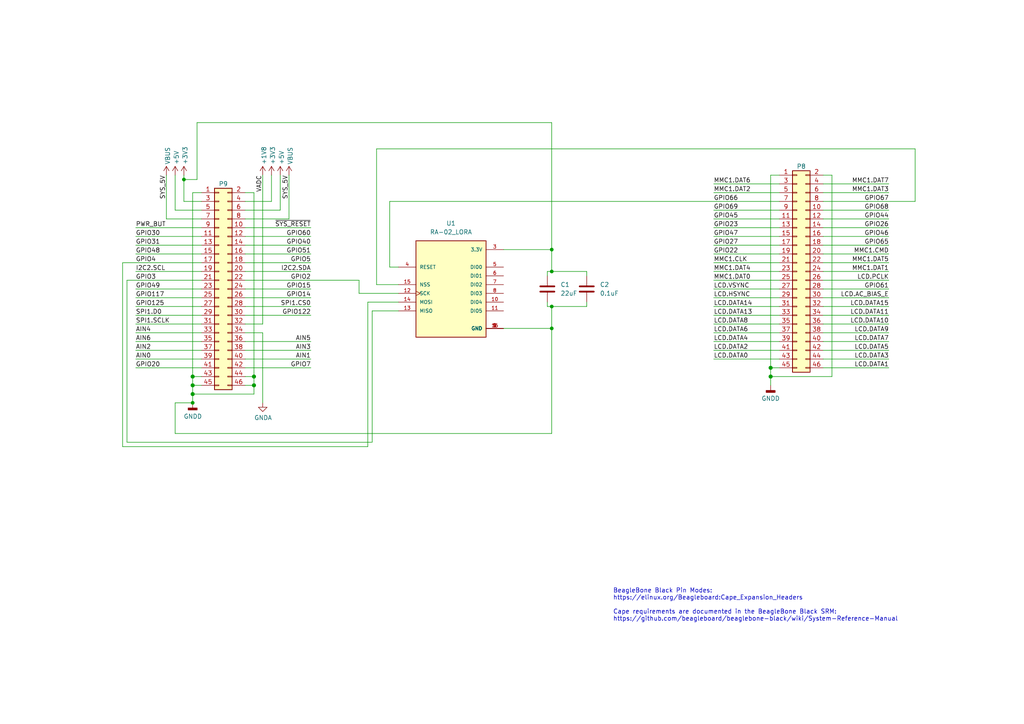
<source format=kicad_sch>
(kicad_sch (version 20230121) (generator eeschema)

  (uuid e63e39d7-6ac0-4ffd-8aa3-1841a4541b55)

  (paper "A4")

  (lib_symbols
    (symbol "Connector_Generic:Conn_02x23_Odd_Even" (pin_names (offset 1.016) hide) (in_bom yes) (on_board yes)
      (property "Reference" "J" (at 1.27 30.48 0)
        (effects (font (size 1.27 1.27)))
      )
      (property "Value" "Conn_02x23_Odd_Even" (at 1.27 -30.48 0)
        (effects (font (size 1.27 1.27)))
      )
      (property "Footprint" "" (at 0 0 0)
        (effects (font (size 1.27 1.27)) hide)
      )
      (property "Datasheet" "~" (at 0 0 0)
        (effects (font (size 1.27 1.27)) hide)
      )
      (property "ki_keywords" "connector" (at 0 0 0)
        (effects (font (size 1.27 1.27)) hide)
      )
      (property "ki_description" "Generic connector, double row, 02x23, odd/even pin numbering scheme (row 1 odd numbers, row 2 even numbers), script generated (kicad-library-utils/schlib/autogen/connector/)" (at 0 0 0)
        (effects (font (size 1.27 1.27)) hide)
      )
      (property "ki_fp_filters" "Connector*:*_2x??_*" (at 0 0 0)
        (effects (font (size 1.27 1.27)) hide)
      )
      (symbol "Conn_02x23_Odd_Even_1_1"
        (rectangle (start -1.27 -27.813) (end 0 -28.067)
          (stroke (width 0.1524) (type default))
          (fill (type none))
        )
        (rectangle (start -1.27 -25.273) (end 0 -25.527)
          (stroke (width 0.1524) (type default))
          (fill (type none))
        )
        (rectangle (start -1.27 -22.733) (end 0 -22.987)
          (stroke (width 0.1524) (type default))
          (fill (type none))
        )
        (rectangle (start -1.27 -20.193) (end 0 -20.447)
          (stroke (width 0.1524) (type default))
          (fill (type none))
        )
        (rectangle (start -1.27 -17.653) (end 0 -17.907)
          (stroke (width 0.1524) (type default))
          (fill (type none))
        )
        (rectangle (start -1.27 -15.113) (end 0 -15.367)
          (stroke (width 0.1524) (type default))
          (fill (type none))
        )
        (rectangle (start -1.27 -12.573) (end 0 -12.827)
          (stroke (width 0.1524) (type default))
          (fill (type none))
        )
        (rectangle (start -1.27 -10.033) (end 0 -10.287)
          (stroke (width 0.1524) (type default))
          (fill (type none))
        )
        (rectangle (start -1.27 -7.493) (end 0 -7.747)
          (stroke (width 0.1524) (type default))
          (fill (type none))
        )
        (rectangle (start -1.27 -4.953) (end 0 -5.207)
          (stroke (width 0.1524) (type default))
          (fill (type none))
        )
        (rectangle (start -1.27 -2.413) (end 0 -2.667)
          (stroke (width 0.1524) (type default))
          (fill (type none))
        )
        (rectangle (start -1.27 0.127) (end 0 -0.127)
          (stroke (width 0.1524) (type default))
          (fill (type none))
        )
        (rectangle (start -1.27 2.667) (end 0 2.413)
          (stroke (width 0.1524) (type default))
          (fill (type none))
        )
        (rectangle (start -1.27 5.207) (end 0 4.953)
          (stroke (width 0.1524) (type default))
          (fill (type none))
        )
        (rectangle (start -1.27 7.747) (end 0 7.493)
          (stroke (width 0.1524) (type default))
          (fill (type none))
        )
        (rectangle (start -1.27 10.287) (end 0 10.033)
          (stroke (width 0.1524) (type default))
          (fill (type none))
        )
        (rectangle (start -1.27 12.827) (end 0 12.573)
          (stroke (width 0.1524) (type default))
          (fill (type none))
        )
        (rectangle (start -1.27 15.367) (end 0 15.113)
          (stroke (width 0.1524) (type default))
          (fill (type none))
        )
        (rectangle (start -1.27 17.907) (end 0 17.653)
          (stroke (width 0.1524) (type default))
          (fill (type none))
        )
        (rectangle (start -1.27 20.447) (end 0 20.193)
          (stroke (width 0.1524) (type default))
          (fill (type none))
        )
        (rectangle (start -1.27 22.987) (end 0 22.733)
          (stroke (width 0.1524) (type default))
          (fill (type none))
        )
        (rectangle (start -1.27 25.527) (end 0 25.273)
          (stroke (width 0.1524) (type default))
          (fill (type none))
        )
        (rectangle (start -1.27 28.067) (end 0 27.813)
          (stroke (width 0.1524) (type default))
          (fill (type none))
        )
        (rectangle (start -1.27 29.21) (end 3.81 -29.21)
          (stroke (width 0.254) (type default))
          (fill (type background))
        )
        (rectangle (start 3.81 -27.813) (end 2.54 -28.067)
          (stroke (width 0.1524) (type default))
          (fill (type none))
        )
        (rectangle (start 3.81 -25.273) (end 2.54 -25.527)
          (stroke (width 0.1524) (type default))
          (fill (type none))
        )
        (rectangle (start 3.81 -22.733) (end 2.54 -22.987)
          (stroke (width 0.1524) (type default))
          (fill (type none))
        )
        (rectangle (start 3.81 -20.193) (end 2.54 -20.447)
          (stroke (width 0.1524) (type default))
          (fill (type none))
        )
        (rectangle (start 3.81 -17.653) (end 2.54 -17.907)
          (stroke (width 0.1524) (type default))
          (fill (type none))
        )
        (rectangle (start 3.81 -15.113) (end 2.54 -15.367)
          (stroke (width 0.1524) (type default))
          (fill (type none))
        )
        (rectangle (start 3.81 -12.573) (end 2.54 -12.827)
          (stroke (width 0.1524) (type default))
          (fill (type none))
        )
        (rectangle (start 3.81 -10.033) (end 2.54 -10.287)
          (stroke (width 0.1524) (type default))
          (fill (type none))
        )
        (rectangle (start 3.81 -7.493) (end 2.54 -7.747)
          (stroke (width 0.1524) (type default))
          (fill (type none))
        )
        (rectangle (start 3.81 -4.953) (end 2.54 -5.207)
          (stroke (width 0.1524) (type default))
          (fill (type none))
        )
        (rectangle (start 3.81 -2.413) (end 2.54 -2.667)
          (stroke (width 0.1524) (type default))
          (fill (type none))
        )
        (rectangle (start 3.81 0.127) (end 2.54 -0.127)
          (stroke (width 0.1524) (type default))
          (fill (type none))
        )
        (rectangle (start 3.81 2.667) (end 2.54 2.413)
          (stroke (width 0.1524) (type default))
          (fill (type none))
        )
        (rectangle (start 3.81 5.207) (end 2.54 4.953)
          (stroke (width 0.1524) (type default))
          (fill (type none))
        )
        (rectangle (start 3.81 7.747) (end 2.54 7.493)
          (stroke (width 0.1524) (type default))
          (fill (type none))
        )
        (rectangle (start 3.81 10.287) (end 2.54 10.033)
          (stroke (width 0.1524) (type default))
          (fill (type none))
        )
        (rectangle (start 3.81 12.827) (end 2.54 12.573)
          (stroke (width 0.1524) (type default))
          (fill (type none))
        )
        (rectangle (start 3.81 15.367) (end 2.54 15.113)
          (stroke (width 0.1524) (type default))
          (fill (type none))
        )
        (rectangle (start 3.81 17.907) (end 2.54 17.653)
          (stroke (width 0.1524) (type default))
          (fill (type none))
        )
        (rectangle (start 3.81 20.447) (end 2.54 20.193)
          (stroke (width 0.1524) (type default))
          (fill (type none))
        )
        (rectangle (start 3.81 22.987) (end 2.54 22.733)
          (stroke (width 0.1524) (type default))
          (fill (type none))
        )
        (rectangle (start 3.81 25.527) (end 2.54 25.273)
          (stroke (width 0.1524) (type default))
          (fill (type none))
        )
        (rectangle (start 3.81 28.067) (end 2.54 27.813)
          (stroke (width 0.1524) (type default))
          (fill (type none))
        )
        (pin passive line (at -5.08 27.94 0) (length 3.81)
          (name "Pin_1" (effects (font (size 1.27 1.27))))
          (number "1" (effects (font (size 1.27 1.27))))
        )
        (pin passive line (at 7.62 17.78 180) (length 3.81)
          (name "Pin_10" (effects (font (size 1.27 1.27))))
          (number "10" (effects (font (size 1.27 1.27))))
        )
        (pin passive line (at -5.08 15.24 0) (length 3.81)
          (name "Pin_11" (effects (font (size 1.27 1.27))))
          (number "11" (effects (font (size 1.27 1.27))))
        )
        (pin passive line (at 7.62 15.24 180) (length 3.81)
          (name "Pin_12" (effects (font (size 1.27 1.27))))
          (number "12" (effects (font (size 1.27 1.27))))
        )
        (pin passive line (at -5.08 12.7 0) (length 3.81)
          (name "Pin_13" (effects (font (size 1.27 1.27))))
          (number "13" (effects (font (size 1.27 1.27))))
        )
        (pin passive line (at 7.62 12.7 180) (length 3.81)
          (name "Pin_14" (effects (font (size 1.27 1.27))))
          (number "14" (effects (font (size 1.27 1.27))))
        )
        (pin passive line (at -5.08 10.16 0) (length 3.81)
          (name "Pin_15" (effects (font (size 1.27 1.27))))
          (number "15" (effects (font (size 1.27 1.27))))
        )
        (pin passive line (at 7.62 10.16 180) (length 3.81)
          (name "Pin_16" (effects (font (size 1.27 1.27))))
          (number "16" (effects (font (size 1.27 1.27))))
        )
        (pin passive line (at -5.08 7.62 0) (length 3.81)
          (name "Pin_17" (effects (font (size 1.27 1.27))))
          (number "17" (effects (font (size 1.27 1.27))))
        )
        (pin passive line (at 7.62 7.62 180) (length 3.81)
          (name "Pin_18" (effects (font (size 1.27 1.27))))
          (number "18" (effects (font (size 1.27 1.27))))
        )
        (pin passive line (at -5.08 5.08 0) (length 3.81)
          (name "Pin_19" (effects (font (size 1.27 1.27))))
          (number "19" (effects (font (size 1.27 1.27))))
        )
        (pin passive line (at 7.62 27.94 180) (length 3.81)
          (name "Pin_2" (effects (font (size 1.27 1.27))))
          (number "2" (effects (font (size 1.27 1.27))))
        )
        (pin passive line (at 7.62 5.08 180) (length 3.81)
          (name "Pin_20" (effects (font (size 1.27 1.27))))
          (number "20" (effects (font (size 1.27 1.27))))
        )
        (pin passive line (at -5.08 2.54 0) (length 3.81)
          (name "Pin_21" (effects (font (size 1.27 1.27))))
          (number "21" (effects (font (size 1.27 1.27))))
        )
        (pin passive line (at 7.62 2.54 180) (length 3.81)
          (name "Pin_22" (effects (font (size 1.27 1.27))))
          (number "22" (effects (font (size 1.27 1.27))))
        )
        (pin passive line (at -5.08 0 0) (length 3.81)
          (name "Pin_23" (effects (font (size 1.27 1.27))))
          (number "23" (effects (font (size 1.27 1.27))))
        )
        (pin passive line (at 7.62 0 180) (length 3.81)
          (name "Pin_24" (effects (font (size 1.27 1.27))))
          (number "24" (effects (font (size 1.27 1.27))))
        )
        (pin passive line (at -5.08 -2.54 0) (length 3.81)
          (name "Pin_25" (effects (font (size 1.27 1.27))))
          (number "25" (effects (font (size 1.27 1.27))))
        )
        (pin passive line (at 7.62 -2.54 180) (length 3.81)
          (name "Pin_26" (effects (font (size 1.27 1.27))))
          (number "26" (effects (font (size 1.27 1.27))))
        )
        (pin passive line (at -5.08 -5.08 0) (length 3.81)
          (name "Pin_27" (effects (font (size 1.27 1.27))))
          (number "27" (effects (font (size 1.27 1.27))))
        )
        (pin passive line (at 7.62 -5.08 180) (length 3.81)
          (name "Pin_28" (effects (font (size 1.27 1.27))))
          (number "28" (effects (font (size 1.27 1.27))))
        )
        (pin passive line (at -5.08 -7.62 0) (length 3.81)
          (name "Pin_29" (effects (font (size 1.27 1.27))))
          (number "29" (effects (font (size 1.27 1.27))))
        )
        (pin passive line (at -5.08 25.4 0) (length 3.81)
          (name "Pin_3" (effects (font (size 1.27 1.27))))
          (number "3" (effects (font (size 1.27 1.27))))
        )
        (pin passive line (at 7.62 -7.62 180) (length 3.81)
          (name "Pin_30" (effects (font (size 1.27 1.27))))
          (number "30" (effects (font (size 1.27 1.27))))
        )
        (pin passive line (at -5.08 -10.16 0) (length 3.81)
          (name "Pin_31" (effects (font (size 1.27 1.27))))
          (number "31" (effects (font (size 1.27 1.27))))
        )
        (pin passive line (at 7.62 -10.16 180) (length 3.81)
          (name "Pin_32" (effects (font (size 1.27 1.27))))
          (number "32" (effects (font (size 1.27 1.27))))
        )
        (pin passive line (at -5.08 -12.7 0) (length 3.81)
          (name "Pin_33" (effects (font (size 1.27 1.27))))
          (number "33" (effects (font (size 1.27 1.27))))
        )
        (pin passive line (at 7.62 -12.7 180) (length 3.81)
          (name "Pin_34" (effects (font (size 1.27 1.27))))
          (number "34" (effects (font (size 1.27 1.27))))
        )
        (pin passive line (at -5.08 -15.24 0) (length 3.81)
          (name "Pin_35" (effects (font (size 1.27 1.27))))
          (number "35" (effects (font (size 1.27 1.27))))
        )
        (pin passive line (at 7.62 -15.24 180) (length 3.81)
          (name "Pin_36" (effects (font (size 1.27 1.27))))
          (number "36" (effects (font (size 1.27 1.27))))
        )
        (pin passive line (at -5.08 -17.78 0) (length 3.81)
          (name "Pin_37" (effects (font (size 1.27 1.27))))
          (number "37" (effects (font (size 1.27 1.27))))
        )
        (pin passive line (at 7.62 -17.78 180) (length 3.81)
          (name "Pin_38" (effects (font (size 1.27 1.27))))
          (number "38" (effects (font (size 1.27 1.27))))
        )
        (pin passive line (at -5.08 -20.32 0) (length 3.81)
          (name "Pin_39" (effects (font (size 1.27 1.27))))
          (number "39" (effects (font (size 1.27 1.27))))
        )
        (pin passive line (at 7.62 25.4 180) (length 3.81)
          (name "Pin_4" (effects (font (size 1.27 1.27))))
          (number "4" (effects (font (size 1.27 1.27))))
        )
        (pin passive line (at 7.62 -20.32 180) (length 3.81)
          (name "Pin_40" (effects (font (size 1.27 1.27))))
          (number "40" (effects (font (size 1.27 1.27))))
        )
        (pin passive line (at -5.08 -22.86 0) (length 3.81)
          (name "Pin_41" (effects (font (size 1.27 1.27))))
          (number "41" (effects (font (size 1.27 1.27))))
        )
        (pin passive line (at 7.62 -22.86 180) (length 3.81)
          (name "Pin_42" (effects (font (size 1.27 1.27))))
          (number "42" (effects (font (size 1.27 1.27))))
        )
        (pin passive line (at -5.08 -25.4 0) (length 3.81)
          (name "Pin_43" (effects (font (size 1.27 1.27))))
          (number "43" (effects (font (size 1.27 1.27))))
        )
        (pin passive line (at 7.62 -25.4 180) (length 3.81)
          (name "Pin_44" (effects (font (size 1.27 1.27))))
          (number "44" (effects (font (size 1.27 1.27))))
        )
        (pin passive line (at -5.08 -27.94 0) (length 3.81)
          (name "Pin_45" (effects (font (size 1.27 1.27))))
          (number "45" (effects (font (size 1.27 1.27))))
        )
        (pin passive line (at 7.62 -27.94 180) (length 3.81)
          (name "Pin_46" (effects (font (size 1.27 1.27))))
          (number "46" (effects (font (size 1.27 1.27))))
        )
        (pin passive line (at -5.08 22.86 0) (length 3.81)
          (name "Pin_5" (effects (font (size 1.27 1.27))))
          (number "5" (effects (font (size 1.27 1.27))))
        )
        (pin passive line (at 7.62 22.86 180) (length 3.81)
          (name "Pin_6" (effects (font (size 1.27 1.27))))
          (number "6" (effects (font (size 1.27 1.27))))
        )
        (pin passive line (at -5.08 20.32 0) (length 3.81)
          (name "Pin_7" (effects (font (size 1.27 1.27))))
          (number "7" (effects (font (size 1.27 1.27))))
        )
        (pin passive line (at 7.62 20.32 180) (length 3.81)
          (name "Pin_8" (effects (font (size 1.27 1.27))))
          (number "8" (effects (font (size 1.27 1.27))))
        )
        (pin passive line (at -5.08 17.78 0) (length 3.81)
          (name "Pin_9" (effects (font (size 1.27 1.27))))
          (number "9" (effects (font (size 1.27 1.27))))
        )
      )
    )
    (symbol "Device:C" (pin_numbers hide) (pin_names (offset 0.254)) (in_bom yes) (on_board yes)
      (property "Reference" "C" (at 0.635 2.54 0)
        (effects (font (size 1.27 1.27)) (justify left))
      )
      (property "Value" "C" (at 0.635 -2.54 0)
        (effects (font (size 1.27 1.27)) (justify left))
      )
      (property "Footprint" "" (at 0.9652 -3.81 0)
        (effects (font (size 1.27 1.27)) hide)
      )
      (property "Datasheet" "~" (at 0 0 0)
        (effects (font (size 1.27 1.27)) hide)
      )
      (property "ki_keywords" "cap capacitor" (at 0 0 0)
        (effects (font (size 1.27 1.27)) hide)
      )
      (property "ki_description" "Unpolarized capacitor" (at 0 0 0)
        (effects (font (size 1.27 1.27)) hide)
      )
      (property "ki_fp_filters" "C_*" (at 0 0 0)
        (effects (font (size 1.27 1.27)) hide)
      )
      (symbol "C_0_1"
        (polyline
          (pts
            (xy -2.032 -0.762)
            (xy 2.032 -0.762)
          )
          (stroke (width 0.508) (type default))
          (fill (type none))
        )
        (polyline
          (pts
            (xy -2.032 0.762)
            (xy 2.032 0.762)
          )
          (stroke (width 0.508) (type default))
          (fill (type none))
        )
      )
      (symbol "C_1_1"
        (pin passive line (at 0 3.81 270) (length 2.794)
          (name "~" (effects (font (size 1.27 1.27))))
          (number "1" (effects (font (size 1.27 1.27))))
        )
        (pin passive line (at 0 -3.81 90) (length 2.794)
          (name "~" (effects (font (size 1.27 1.27))))
          (number "2" (effects (font (size 1.27 1.27))))
        )
      )
    )
    (symbol "RA-02_LORA:RA-02_LORA" (pin_names (offset 1.016)) (in_bom yes) (on_board yes)
      (property "Reference" "U" (at -10.16 16.51 0)
        (effects (font (size 1.27 1.27)) (justify left bottom))
      )
      (property "Value" "RA-02_LORA" (at -10.16 -13.97 0)
        (effects (font (size 1.27 1.27)) (justify left top))
      )
      (property "Footprint" "RA-02_LORA:MODULE_RA-02_LORA" (at 0 0 0)
        (effects (font (size 1.27 1.27)) (justify bottom) hide)
      )
      (property "Datasheet" "" (at 0 0 0)
        (effects (font (size 1.27 1.27)) hide)
      )
      (property "MF" "AI-Thinker" (at 0 0 0)
        (effects (font (size 1.27 1.27)) (justify bottom) hide)
      )
      (property "MAXIMUM_PACKAGE_HEIGHT" "3.3mm" (at 0 0 0)
        (effects (font (size 1.27 1.27)) (justify bottom) hide)
      )
      (property "Package" "None" (at 0 0 0)
        (effects (font (size 1.27 1.27)) (justify bottom) hide)
      )
      (property "Price" "None" (at 0 0 0)
        (effects (font (size 1.27 1.27)) (justify bottom) hide)
      )
      (property "Check_prices" "https://www.snapeda.com/parts/Ra-02%20LoRa/AI-Thinker/view-part/?ref=eda" (at 0 0 0)
        (effects (font (size 1.27 1.27)) (justify bottom) hide)
      )
      (property "STANDARD" "Manufacturer Recommendations" (at 0 0 0)
        (effects (font (size 1.27 1.27)) (justify bottom) hide)
      )
      (property "PARTREV" "2018/03/02" (at 0 0 0)
        (effects (font (size 1.27 1.27)) (justify bottom) hide)
      )
      (property "SnapEDA_Link" "https://www.snapeda.com/parts/Ra-02%20LoRa/AI-Thinker/view-part/?ref=snap" (at 0 0 0)
        (effects (font (size 1.27 1.27)) (justify bottom) hide)
      )
      (property "MP" "Ra-02 LoRa" (at 0 0 0)
        (effects (font (size 1.27 1.27)) (justify bottom) hide)
      )
      (property "Description" "\nRa-02 LoRa RF M5Stack Platform Evaluation Expansion Board\n" (at 0 0 0)
        (effects (font (size 1.27 1.27)) (justify bottom) hide)
      )
      (property "Availability" "Not in stock" (at 0 0 0)
        (effects (font (size 1.27 1.27)) (justify bottom) hide)
      )
      (property "MANUFACTURER" "Ai-Thinker" (at 0 0 0)
        (effects (font (size 1.27 1.27)) (justify bottom) hide)
      )
      (symbol "RA-02_LORA_0_0"
        (rectangle (start -10.16 -12.7) (end 10.16 15.24)
          (stroke (width 0.254) (type default))
          (fill (type background))
        )
        (pin power_in line (at 15.24 -10.16 180) (length 5.08)
          (name "GND" (effects (font (size 1.016 1.016))))
          (number "1" (effects (font (size 1.016 1.016))))
        )
        (pin bidirectional line (at 15.24 -2.54 180) (length 5.08)
          (name "DI04" (effects (font (size 1.016 1.016))))
          (number "10" (effects (font (size 1.016 1.016))))
        )
        (pin bidirectional line (at 15.24 -5.08 180) (length 5.08)
          (name "DI05" (effects (font (size 1.016 1.016))))
          (number "11" (effects (font (size 1.016 1.016))))
        )
        (pin input clock (at -15.24 0 0) (length 5.08)
          (name "SCK" (effects (font (size 1.016 1.016))))
          (number "12" (effects (font (size 1.016 1.016))))
        )
        (pin output line (at -15.24 -5.08 0) (length 5.08)
          (name "MISO" (effects (font (size 1.016 1.016))))
          (number "13" (effects (font (size 1.016 1.016))))
        )
        (pin input line (at -15.24 -2.54 0) (length 5.08)
          (name "MOSI" (effects (font (size 1.016 1.016))))
          (number "14" (effects (font (size 1.016 1.016))))
        )
        (pin input line (at -15.24 2.54 0) (length 5.08)
          (name "NSS" (effects (font (size 1.016 1.016))))
          (number "15" (effects (font (size 1.016 1.016))))
        )
        (pin power_in line (at 15.24 -10.16 180) (length 5.08)
          (name "GND" (effects (font (size 1.016 1.016))))
          (number "16" (effects (font (size 1.016 1.016))))
        )
        (pin power_in line (at 15.24 -10.16 180) (length 5.08)
          (name "GND" (effects (font (size 1.016 1.016))))
          (number "2" (effects (font (size 1.016 1.016))))
        )
        (pin power_in line (at 15.24 12.7 180) (length 5.08)
          (name "3.3V" (effects (font (size 1.016 1.016))))
          (number "3" (effects (font (size 1.016 1.016))))
        )
        (pin input line (at -15.24 7.62 0) (length 5.08)
          (name "RESET" (effects (font (size 1.016 1.016))))
          (number "4" (effects (font (size 1.016 1.016))))
        )
        (pin bidirectional line (at 15.24 7.62 180) (length 5.08)
          (name "DI00" (effects (font (size 1.016 1.016))))
          (number "5" (effects (font (size 1.016 1.016))))
        )
        (pin bidirectional line (at 15.24 5.08 180) (length 5.08)
          (name "DI01" (effects (font (size 1.016 1.016))))
          (number "6" (effects (font (size 1.016 1.016))))
        )
        (pin bidirectional line (at 15.24 2.54 180) (length 5.08)
          (name "DI02" (effects (font (size 1.016 1.016))))
          (number "7" (effects (font (size 1.016 1.016))))
        )
        (pin bidirectional line (at 15.24 0 180) (length 5.08)
          (name "DI03" (effects (font (size 1.016 1.016))))
          (number "8" (effects (font (size 1.016 1.016))))
        )
        (pin power_in line (at 15.24 -10.16 180) (length 5.08)
          (name "GND" (effects (font (size 1.016 1.016))))
          (number "9" (effects (font (size 1.016 1.016))))
        )
      )
    )
    (symbol "power:+1V8" (power) (pin_names (offset 0)) (in_bom yes) (on_board yes)
      (property "Reference" "#PWR" (at 0 -3.81 0)
        (effects (font (size 1.27 1.27)) hide)
      )
      (property "Value" "+1V8" (at 0 3.556 0)
        (effects (font (size 1.27 1.27)))
      )
      (property "Footprint" "" (at 0 0 0)
        (effects (font (size 1.27 1.27)) hide)
      )
      (property "Datasheet" "" (at 0 0 0)
        (effects (font (size 1.27 1.27)) hide)
      )
      (property "ki_keywords" "power-flag" (at 0 0 0)
        (effects (font (size 1.27 1.27)) hide)
      )
      (property "ki_description" "Power symbol creates a global label with name \"+1V8\"" (at 0 0 0)
        (effects (font (size 1.27 1.27)) hide)
      )
      (symbol "+1V8_0_1"
        (polyline
          (pts
            (xy -0.762 1.27)
            (xy 0 2.54)
          )
          (stroke (width 0) (type default))
          (fill (type none))
        )
        (polyline
          (pts
            (xy 0 0)
            (xy 0 2.54)
          )
          (stroke (width 0) (type default))
          (fill (type none))
        )
        (polyline
          (pts
            (xy 0 2.54)
            (xy 0.762 1.27)
          )
          (stroke (width 0) (type default))
          (fill (type none))
        )
      )
      (symbol "+1V8_1_1"
        (pin power_in line (at 0 0 90) (length 0) hide
          (name "+1V8" (effects (font (size 1.27 1.27))))
          (number "1" (effects (font (size 1.27 1.27))))
        )
      )
    )
    (symbol "power:+3.3V" (power) (pin_names (offset 0)) (in_bom yes) (on_board yes)
      (property "Reference" "#PWR" (at 0 -3.81 0)
        (effects (font (size 1.27 1.27)) hide)
      )
      (property "Value" "+3.3V" (at 0 3.556 0)
        (effects (font (size 1.27 1.27)))
      )
      (property "Footprint" "" (at 0 0 0)
        (effects (font (size 1.27 1.27)) hide)
      )
      (property "Datasheet" "" (at 0 0 0)
        (effects (font (size 1.27 1.27)) hide)
      )
      (property "ki_keywords" "power-flag" (at 0 0 0)
        (effects (font (size 1.27 1.27)) hide)
      )
      (property "ki_description" "Power symbol creates a global label with name \"+3.3V\"" (at 0 0 0)
        (effects (font (size 1.27 1.27)) hide)
      )
      (symbol "+3.3V_0_1"
        (polyline
          (pts
            (xy -0.762 1.27)
            (xy 0 2.54)
          )
          (stroke (width 0) (type default))
          (fill (type none))
        )
        (polyline
          (pts
            (xy 0 0)
            (xy 0 2.54)
          )
          (stroke (width 0) (type default))
          (fill (type none))
        )
        (polyline
          (pts
            (xy 0 2.54)
            (xy 0.762 1.27)
          )
          (stroke (width 0) (type default))
          (fill (type none))
        )
      )
      (symbol "+3.3V_1_1"
        (pin power_in line (at 0 0 90) (length 0) hide
          (name "+3V3" (effects (font (size 1.27 1.27))))
          (number "1" (effects (font (size 1.27 1.27))))
        )
      )
    )
    (symbol "power:+5V" (power) (pin_names (offset 0)) (in_bom yes) (on_board yes)
      (property "Reference" "#PWR" (at 0 -3.81 0)
        (effects (font (size 1.27 1.27)) hide)
      )
      (property "Value" "+5V" (at 0 3.556 0)
        (effects (font (size 1.27 1.27)))
      )
      (property "Footprint" "" (at 0 0 0)
        (effects (font (size 1.27 1.27)) hide)
      )
      (property "Datasheet" "" (at 0 0 0)
        (effects (font (size 1.27 1.27)) hide)
      )
      (property "ki_keywords" "power-flag" (at 0 0 0)
        (effects (font (size 1.27 1.27)) hide)
      )
      (property "ki_description" "Power symbol creates a global label with name \"+5V\"" (at 0 0 0)
        (effects (font (size 1.27 1.27)) hide)
      )
      (symbol "+5V_0_1"
        (polyline
          (pts
            (xy -0.762 1.27)
            (xy 0 2.54)
          )
          (stroke (width 0) (type default))
          (fill (type none))
        )
        (polyline
          (pts
            (xy 0 0)
            (xy 0 2.54)
          )
          (stroke (width 0) (type default))
          (fill (type none))
        )
        (polyline
          (pts
            (xy 0 2.54)
            (xy 0.762 1.27)
          )
          (stroke (width 0) (type default))
          (fill (type none))
        )
      )
      (symbol "+5V_1_1"
        (pin power_in line (at 0 0 90) (length 0) hide
          (name "+5V" (effects (font (size 1.27 1.27))))
          (number "1" (effects (font (size 1.27 1.27))))
        )
      )
    )
    (symbol "power:GNDA" (power) (pin_names (offset 0)) (in_bom yes) (on_board yes)
      (property "Reference" "#PWR" (at 0 -6.35 0)
        (effects (font (size 1.27 1.27)) hide)
      )
      (property "Value" "GNDA" (at 0 -3.81 0)
        (effects (font (size 1.27 1.27)))
      )
      (property "Footprint" "" (at 0 0 0)
        (effects (font (size 1.27 1.27)) hide)
      )
      (property "Datasheet" "" (at 0 0 0)
        (effects (font (size 1.27 1.27)) hide)
      )
      (property "ki_keywords" "power-flag" (at 0 0 0)
        (effects (font (size 1.27 1.27)) hide)
      )
      (property "ki_description" "Power symbol creates a global label with name \"GNDA\" , analog ground" (at 0 0 0)
        (effects (font (size 1.27 1.27)) hide)
      )
      (symbol "GNDA_0_1"
        (polyline
          (pts
            (xy 0 0)
            (xy 0 -1.27)
            (xy 1.27 -1.27)
            (xy 0 -2.54)
            (xy -1.27 -1.27)
            (xy 0 -1.27)
          )
          (stroke (width 0) (type default))
          (fill (type none))
        )
      )
      (symbol "GNDA_1_1"
        (pin power_in line (at 0 0 270) (length 0) hide
          (name "GNDA" (effects (font (size 1.27 1.27))))
          (number "1" (effects (font (size 1.27 1.27))))
        )
      )
    )
    (symbol "power:GNDD" (power) (pin_names (offset 0)) (in_bom yes) (on_board yes)
      (property "Reference" "#PWR" (at 0 -6.35 0)
        (effects (font (size 1.27 1.27)) hide)
      )
      (property "Value" "GNDD" (at 0 -3.175 0)
        (effects (font (size 1.27 1.27)))
      )
      (property "Footprint" "" (at 0 0 0)
        (effects (font (size 1.27 1.27)) hide)
      )
      (property "Datasheet" "" (at 0 0 0)
        (effects (font (size 1.27 1.27)) hide)
      )
      (property "ki_keywords" "power-flag" (at 0 0 0)
        (effects (font (size 1.27 1.27)) hide)
      )
      (property "ki_description" "Power symbol creates a global label with name \"GNDD\" , digital ground" (at 0 0 0)
        (effects (font (size 1.27 1.27)) hide)
      )
      (symbol "GNDD_0_1"
        (rectangle (start -1.27 -1.524) (end 1.27 -2.032)
          (stroke (width 0.254) (type default))
          (fill (type outline))
        )
        (polyline
          (pts
            (xy 0 0)
            (xy 0 -1.524)
          )
          (stroke (width 0) (type default))
          (fill (type none))
        )
      )
      (symbol "GNDD_1_1"
        (pin power_in line (at 0 0 270) (length 0) hide
          (name "GNDD" (effects (font (size 1.27 1.27))))
          (number "1" (effects (font (size 1.27 1.27))))
        )
      )
    )
    (symbol "power:VBUS" (power) (pin_names (offset 0)) (in_bom yes) (on_board yes)
      (property "Reference" "#PWR" (at 0 -3.81 0)
        (effects (font (size 1.27 1.27)) hide)
      )
      (property "Value" "VBUS" (at 0 3.81 0)
        (effects (font (size 1.27 1.27)))
      )
      (property "Footprint" "" (at 0 0 0)
        (effects (font (size 1.27 1.27)) hide)
      )
      (property "Datasheet" "" (at 0 0 0)
        (effects (font (size 1.27 1.27)) hide)
      )
      (property "ki_keywords" "power-flag" (at 0 0 0)
        (effects (font (size 1.27 1.27)) hide)
      )
      (property "ki_description" "Power symbol creates a global label with name \"VBUS\"" (at 0 0 0)
        (effects (font (size 1.27 1.27)) hide)
      )
      (symbol "VBUS_0_1"
        (polyline
          (pts
            (xy -0.762 1.27)
            (xy 0 2.54)
          )
          (stroke (width 0) (type default))
          (fill (type none))
        )
        (polyline
          (pts
            (xy 0 0)
            (xy 0 2.54)
          )
          (stroke (width 0) (type default))
          (fill (type none))
        )
        (polyline
          (pts
            (xy 0 2.54)
            (xy 0.762 1.27)
          )
          (stroke (width 0) (type default))
          (fill (type none))
        )
      )
      (symbol "VBUS_1_1"
        (pin power_in line (at 0 0 90) (length 0) hide
          (name "VBUS" (effects (font (size 1.27 1.27))))
          (number "1" (effects (font (size 1.27 1.27))))
        )
      )
    )
  )

  (junction (at 160.02 72.39) (diameter 0) (color 0 0 0 0)
    (uuid 0b6b548f-c45c-416a-ab77-e4626aba7692)
  )
  (junction (at 160.02 88.9) (diameter 0) (color 0 0 0 0)
    (uuid 24f3b9c1-5a5a-4b4e-9920-2910e8f0a4f6)
  )
  (junction (at 55.88 111.76) (diameter 1.016) (color 0 0 0 0)
    (uuid 2f215f15-3d52-4c91-93e6-3ea03a95622f)
  )
  (junction (at 55.88 116.84) (diameter 0) (color 0 0 0 0)
    (uuid 4295fc55-9252-4288-adf4-2ccfbacbd352)
  )
  (junction (at 223.52 109.22) (diameter 1.016) (color 0 0 0 0)
    (uuid 45008225-f50f-4d6b-b508-6730a9408caf)
  )
  (junction (at 160.02 95.25) (diameter 0) (color 0 0 0 0)
    (uuid 61d7bf83-9899-4f99-a9ce-68651c0fe9be)
  )
  (junction (at 55.88 109.22) (diameter 1.016) (color 0 0 0 0)
    (uuid 61fe293f-6808-4b7f-9340-9aaac7054a97)
  )
  (junction (at 73.66 111.76) (diameter 1.016) (color 0 0 0 0)
    (uuid 6bfe5804-2ef9-4c65-b2a7-f01e4014370a)
  )
  (junction (at 223.52 106.68) (diameter 1.016) (color 0 0 0 0)
    (uuid 8c6a821f-8e19-48f3-8f44-9b340f7689bc)
  )
  (junction (at 55.88 114.3) (diameter 1.016) (color 0 0 0 0)
    (uuid 8da933a9-35f8-42e6-8504-d1bab7264306)
  )
  (junction (at 53.34 52.07) (diameter 0) (color 0 0 0 0)
    (uuid a0fc9d85-7819-4709-a138-c4a16aac984e)
  )
  (junction (at 160.02 78.74) (diameter 0) (color 0 0 0 0)
    (uuid b4713ae0-3435-4102-9bed-4453fae75519)
  )
  (junction (at 73.66 109.22) (diameter 1.016) (color 0 0 0 0)
    (uuid c0eca5ed-bc5e-4618-9bcd-80945bea41ed)
  )

  (wire (pts (xy 39.37 91.44) (xy 58.42 91.44))
    (stroke (width 0) (type solid))
    (uuid 0076b710-0dbc-4833-919a-2a55ac71f2fb)
  )
  (wire (pts (xy 238.76 81.28) (xy 257.81 81.28))
    (stroke (width 0) (type solid))
    (uuid 0764365f-6dd9-47c9-a73a-b208a53bfd57)
  )
  (wire (pts (xy 71.12 91.44) (xy 90.17 91.44))
    (stroke (width 0) (type solid))
    (uuid 08254701-3119-407c-a4ca-b4c999cba6aa)
  )
  (wire (pts (xy 58.42 60.96) (xy 50.8 60.96))
    (stroke (width 0) (type solid))
    (uuid 09c6d31c-6921-4ada-9a7a-6ce320949c12)
  )
  (wire (pts (xy 76.2 96.52) (xy 76.2 116.84))
    (stroke (width 0) (type solid))
    (uuid 0b54dc65-c319-4f98-a5bf-0fc0746e8144)
  )
  (wire (pts (xy 238.76 76.2) (xy 257.81 76.2))
    (stroke (width 0) (type solid))
    (uuid 0bb7388e-7393-44ac-8bf7-26879bf41501)
  )
  (wire (pts (xy 238.76 86.36) (xy 257.81 86.36))
    (stroke (width 0) (type solid))
    (uuid 0dbfcdd4-9992-41c3-b186-d0f090355e42)
  )
  (wire (pts (xy 58.42 63.5) (xy 48.26 63.5))
    (stroke (width 0) (type solid))
    (uuid 0f3b00e1-fc99-4687-a350-7272a0c19f46)
  )
  (wire (pts (xy 104.14 85.09) (xy 115.57 85.09))
    (stroke (width 0) (type solid))
    (uuid 1083c761-af86-41d6-a6fb-0cbaee3277bd)
  )
  (wire (pts (xy 55.88 109.22) (xy 58.42 109.22))
    (stroke (width 0) (type solid))
    (uuid 10fa2751-b171-4188-9368-e39561aa0c2e)
  )
  (wire (pts (xy 55.88 111.76) (xy 55.88 109.22))
    (stroke (width 0) (type solid))
    (uuid 10fa2751-b171-4188-9368-e39561aa0c2f)
  )
  (wire (pts (xy 71.12 106.68) (xy 90.17 106.68))
    (stroke (width 0) (type solid))
    (uuid 11a32558-1bce-4b42-ab8f-e34db6ad68a1)
  )
  (wire (pts (xy 238.76 93.98) (xy 257.81 93.98))
    (stroke (width 0) (type solid))
    (uuid 132ca310-3495-494f-ae23-6781e1b40163)
  )
  (wire (pts (xy 158.75 78.74) (xy 160.02 78.74))
    (stroke (width 0) (type default))
    (uuid 163e8325-b1e3-4145-b320-3d201a6991ab)
  )
  (wire (pts (xy 158.75 87.63) (xy 158.75 88.9))
    (stroke (width 0) (type default))
    (uuid 17aa628a-3df6-4175-bd2f-6c64402e6ccf)
  )
  (wire (pts (xy 71.12 101.6) (xy 90.17 101.6))
    (stroke (width 0) (type solid))
    (uuid 18aa5497-fa2f-4fba-8f04-d8ce688169de)
  )
  (wire (pts (xy 160.02 88.9) (xy 170.18 88.9))
    (stroke (width 0) (type default))
    (uuid 1929f443-d421-4c7f-b69b-27d29bc91c14)
  )
  (wire (pts (xy 207.01 68.58) (xy 226.06 68.58))
    (stroke (width 0) (type solid))
    (uuid 1a422e25-3705-42bf-958e-bdabf6e14fef)
  )
  (wire (pts (xy 238.76 96.52) (xy 257.81 96.52))
    (stroke (width 0) (type solid))
    (uuid 1aa9b743-f985-4825-9f8e-230ec3d0b6ea)
  )
  (wire (pts (xy 71.12 86.36) (xy 90.17 86.36))
    (stroke (width 0) (type solid))
    (uuid 1b6ca585-d51f-4795-b686-83570e87729e)
  )
  (wire (pts (xy 39.37 93.98) (xy 58.42 93.98))
    (stroke (width 0) (type solid))
    (uuid 1bfbae65-f842-455c-876b-1d2701408533)
  )
  (wire (pts (xy 160.02 35.56) (xy 57.15 35.56))
    (stroke (width 0) (type default))
    (uuid 1f6ce468-017a-4f27-9768-385d9d2a8cd9)
  )
  (wire (pts (xy 35.56 76.2) (xy 35.56 129.54))
    (stroke (width 0) (type solid))
    (uuid 20252762-03fe-4a6c-9531-9b8eef37a7e0)
  )
  (wire (pts (xy 158.75 88.9) (xy 160.02 88.9))
    (stroke (width 0) (type default))
    (uuid 2130cb2b-2941-4aac-9925-2147deb4e3d9)
  )
  (wire (pts (xy 71.12 104.14) (xy 90.17 104.14))
    (stroke (width 0) (type solid))
    (uuid 21e12682-a308-4746-be3d-9a1a4de09ec9)
  )
  (wire (pts (xy 207.01 88.9) (xy 226.06 88.9))
    (stroke (width 0) (type solid))
    (uuid 229aca72-f5bb-4cb9-977f-48b1a1598328)
  )
  (wire (pts (xy 207.01 60.96) (xy 226.06 60.96))
    (stroke (width 0) (type solid))
    (uuid 22e2d0fd-ec43-4ee9-b34d-cc75311a06eb)
  )
  (wire (pts (xy 71.12 96.52) (xy 76.2 96.52))
    (stroke (width 0) (type solid))
    (uuid 2461b8c6-6a18-4c08-989b-6d3edcbef310)
  )
  (wire (pts (xy 55.88 114.3) (xy 73.66 114.3))
    (stroke (width 0) (type solid))
    (uuid 24db55d8-c498-4b1e-a639-a3396a1a2ef3)
  )
  (wire (pts (xy 160.02 125.73) (xy 50.8 125.73))
    (stroke (width 0) (type default))
    (uuid 25f89235-9f4e-45bf-92e8-301413200eec)
  )
  (wire (pts (xy 35.56 76.2) (xy 58.42 76.2))
    (stroke (width 0) (type solid))
    (uuid 26f71b77-515b-4572-bcda-7116126c367b)
  )
  (wire (pts (xy 39.37 73.66) (xy 58.42 73.66))
    (stroke (width 0) (type solid))
    (uuid 28da167d-07b5-4e51-b6b3-3b3eb9abd425)
  )
  (wire (pts (xy 71.12 81.28) (xy 104.14 81.28))
    (stroke (width 0) (type solid))
    (uuid 291d244c-17e3-441c-b436-ce864c1a6392)
  )
  (wire (pts (xy 158.75 80.01) (xy 158.75 78.74))
    (stroke (width 0) (type default))
    (uuid 29ba3a3d-5a77-4efe-81d6-a391365becba)
  )
  (wire (pts (xy 238.76 71.12) (xy 257.81 71.12))
    (stroke (width 0) (type solid))
    (uuid 2ab45e31-90b9-4498-baa7-ff60520eafd6)
  )
  (wire (pts (xy 58.42 58.42) (xy 53.34 58.42))
    (stroke (width 0) (type solid))
    (uuid 2f9568ae-a4f8-4204-ba50-aed9cfb7fcd7)
  )
  (wire (pts (xy 39.37 71.12) (xy 58.42 71.12))
    (stroke (width 0) (type solid))
    (uuid 30f99261-01f5-4cf9-b2c4-2ce1d6aeb7cf)
  )
  (wire (pts (xy 39.37 83.82) (xy 58.42 83.82))
    (stroke (width 0) (type solid))
    (uuid 310073d5-13f9-40e7-b81e-a9192514870a)
  )
  (wire (pts (xy 223.52 109.22) (xy 241.3 109.22))
    (stroke (width 0) (type solid))
    (uuid 37349bc2-d5a5-4cb6-9b0c-22d05f755171)
  )
  (wire (pts (xy 241.3 50.8) (xy 241.3 109.22))
    (stroke (width 0) (type solid))
    (uuid 37349bc2-d5a5-4cb6-9b0c-22d05f755172)
  )
  (wire (pts (xy 71.12 63.5) (xy 83.82 63.5))
    (stroke (width 0) (type solid))
    (uuid 3a00696e-a771-4de6-9f3c-69b1e35ce1e1)
  )
  (wire (pts (xy 223.52 50.8) (xy 223.52 106.68))
    (stroke (width 0) (type solid))
    (uuid 3b7bbf95-a18d-42fa-b691-853936b09d16)
  )
  (wire (pts (xy 160.02 78.74) (xy 170.18 78.74))
    (stroke (width 0) (type default))
    (uuid 3c95e120-9f00-4ecb-b6d6-31348b7a1678)
  )
  (wire (pts (xy 39.37 104.14) (xy 58.42 104.14))
    (stroke (width 0) (type solid))
    (uuid 4399c17d-7e2e-4a37-aca1-bf44884b368e)
  )
  (wire (pts (xy 50.8 60.96) (xy 50.8 50.8))
    (stroke (width 0) (type solid))
    (uuid 43b43cf9-5f5a-4885-9787-e323d0e81ed9)
  )
  (wire (pts (xy 207.01 66.04) (xy 226.06 66.04))
    (stroke (width 0) (type solid))
    (uuid 43dce230-da61-4bd6-80a8-cda774ad5215)
  )
  (wire (pts (xy 223.52 50.8) (xy 226.06 50.8))
    (stroke (width 0) (type solid))
    (uuid 44bd2ec1-121a-4e1f-bdda-7bf8c67c277e)
  )
  (wire (pts (xy 207.01 99.06) (xy 226.06 99.06))
    (stroke (width 0) (type solid))
    (uuid 459dc41d-20c5-4b31-9ce1-c7f2d27efec4)
  )
  (wire (pts (xy 36.83 81.28) (xy 58.42 81.28))
    (stroke (width 0) (type solid))
    (uuid 45edf2c1-e66f-4237-8a5d-6ac4a5933b25)
  )
  (wire (pts (xy 265.43 58.42) (xy 265.43 43.18))
    (stroke (width 0) (type solid))
    (uuid 4a895cf7-3820-4b04-a88a-72bd66fe7a5b)
  )
  (wire (pts (xy 53.34 52.07) (xy 57.15 52.07))
    (stroke (width 0) (type default))
    (uuid 4d958b4a-64a8-4fef-9410-de412a2971ef)
  )
  (wire (pts (xy 238.76 83.82) (xy 257.81 83.82))
    (stroke (width 0) (type solid))
    (uuid 4e3f175e-1e6e-405f-af08-cd6d218052a9)
  )
  (wire (pts (xy 146.05 72.39) (xy 160.02 72.39))
    (stroke (width 0) (type default))
    (uuid 4f53c455-0896-471f-825c-9c991e2889e1)
  )
  (wire (pts (xy 71.12 58.42) (xy 78.74 58.42))
    (stroke (width 0) (type solid))
    (uuid 4f7813f7-c452-4716-b805-895dcde7cf00)
  )
  (wire (pts (xy 57.15 35.56) (xy 57.15 52.07))
    (stroke (width 0) (type default))
    (uuid 4f9ad434-3a51-4ebe-aab5-8f63c1792231)
  )
  (wire (pts (xy 81.28 60.96) (xy 81.28 50.8))
    (stroke (width 0) (type solid))
    (uuid 4fd126b4-50fe-44e9-84f8-81503a3efdef)
  )
  (wire (pts (xy 78.74 58.42) (xy 78.74 50.8))
    (stroke (width 0) (type solid))
    (uuid 51c46bd1-3fc0-460e-a2e5-c7b782850a7e)
  )
  (wire (pts (xy 223.52 106.68) (xy 223.52 109.22))
    (stroke (width 0) (type solid))
    (uuid 54bcd2a7-0ab6-457c-b7e7-7de95511e7d9)
  )
  (wire (pts (xy 223.52 109.22) (xy 223.52 111.76))
    (stroke (width 0) (type solid))
    (uuid 54bcd2a7-0ab6-457c-b7e7-7de95511e7da)
  )
  (wire (pts (xy 226.06 106.68) (xy 223.52 106.68))
    (stroke (width 0) (type solid))
    (uuid 54bcd2a7-0ab6-457c-b7e7-7de95511e7db)
  )
  (wire (pts (xy 53.34 58.42) (xy 53.34 52.07))
    (stroke (width 0) (type solid))
    (uuid 54e07f06-6271-4f5c-8fcd-3eba54f68780)
  )
  (wire (pts (xy 207.01 53.34) (xy 226.06 53.34))
    (stroke (width 0) (type solid))
    (uuid 574318bf-d619-48cd-9a40-2e3d566a7efb)
  )
  (wire (pts (xy 71.12 78.74) (xy 90.17 78.74))
    (stroke (width 0) (type solid))
    (uuid 5dd21dfa-5f9c-4807-aea2-0acd03922e6d)
  )
  (wire (pts (xy 207.01 101.6) (xy 226.06 101.6))
    (stroke (width 0) (type solid))
    (uuid 621136d3-f27c-40c6-b828-44c2985c82ef)
  )
  (wire (pts (xy 207.01 71.12) (xy 226.06 71.12))
    (stroke (width 0) (type solid))
    (uuid 650d9f96-ae88-46b3-9869-f65a837de473)
  )
  (wire (pts (xy 39.37 99.06) (xy 58.42 99.06))
    (stroke (width 0) (type solid))
    (uuid 66385eb4-5112-4b80-ad67-b16a35bb0f35)
  )
  (wire (pts (xy 146.05 95.25) (xy 160.02 95.25))
    (stroke (width 0) (type default))
    (uuid 67af5515-e058-4f17-bea6-0b1cba42026f)
  )
  (wire (pts (xy 50.8 125.73) (xy 50.8 116.84))
    (stroke (width 0) (type default))
    (uuid 684e8187-f85c-4564-8269-a9fb4602e4e5)
  )
  (wire (pts (xy 50.8 116.84) (xy 55.88 116.84))
    (stroke (width 0) (type default))
    (uuid 701c5702-107e-49a5-b340-0db2920af2bb)
  )
  (wire (pts (xy 238.76 78.74) (xy 257.81 78.74))
    (stroke (width 0) (type solid))
    (uuid 71da3fe8-4779-4669-aa4f-df2e69be80a0)
  )
  (wire (pts (xy 53.34 52.07) (xy 53.34 50.8))
    (stroke (width 0) (type solid))
    (uuid 73520a55-3b97-4a59-a887-28724ca1934f)
  )
  (wire (pts (xy 48.26 63.5) (xy 48.26 50.8))
    (stroke (width 0) (type solid))
    (uuid 7454e0db-6591-477c-89f8-43bfc67d5505)
  )
  (wire (pts (xy 39.37 88.9) (xy 58.42 88.9))
    (stroke (width 0) (type solid))
    (uuid 753fbf3d-c1e0-4443-8168-1ccd0b0db7f0)
  )
  (wire (pts (xy 238.76 60.96) (xy 257.81 60.96))
    (stroke (width 0) (type solid))
    (uuid 7554a904-b88b-453c-81d8-341138bf9371)
  )
  (wire (pts (xy 160.02 72.39) (xy 160.02 35.56))
    (stroke (width 0) (type default))
    (uuid 79559cf4-5c12-4053-8a20-614775908249)
  )
  (wire (pts (xy 71.12 109.22) (xy 73.66 109.22))
    (stroke (width 0) (type solid))
    (uuid 7a42d7ff-786e-4e28-a62c-34710c8a0159)
  )
  (wire (pts (xy 73.66 109.22) (xy 73.66 111.76))
    (stroke (width 0) (type solid))
    (uuid 7a42d7ff-786e-4e28-a62c-34710c8a015a)
  )
  (wire (pts (xy 73.66 111.76) (xy 73.66 114.3))
    (stroke (width 0) (type solid))
    (uuid 7a42d7ff-786e-4e28-a62c-34710c8a015b)
  )
  (wire (pts (xy 107.95 90.17) (xy 115.57 90.17))
    (stroke (width 0) (type solid))
    (uuid 7accc732-d636-4336-bad6-733ead101354)
  )
  (wire (pts (xy 238.76 55.88) (xy 257.81 55.88))
    (stroke (width 0) (type solid))
    (uuid 7b8b2e54-25cd-4ab4-853a-31fd547570f5)
  )
  (wire (pts (xy 35.56 129.54) (xy 106.68 129.54))
    (stroke (width 0) (type solid))
    (uuid 7ca7abb2-fbc4-4782-bf09-2db04a1e4044)
  )
  (wire (pts (xy 71.12 88.9) (xy 90.17 88.9))
    (stroke (width 0) (type solid))
    (uuid 7f0e0430-cc62-4f0b-9659-9484a24a750d)
  )
  (wire (pts (xy 71.12 71.12) (xy 90.17 71.12))
    (stroke (width 0) (type solid))
    (uuid 810d2cdb-327a-4bb7-a2d1-1ecaadb00c65)
  )
  (wire (pts (xy 109.22 43.18) (xy 109.22 82.55))
    (stroke (width 0) (type solid))
    (uuid 8204f543-9528-4278-9be2-8a7e48cbd71d)
  )
  (wire (pts (xy 207.01 78.74) (xy 226.06 78.74))
    (stroke (width 0) (type solid))
    (uuid 82653d17-f98d-4005-ae0c-b3545b2e3dfa)
  )
  (wire (pts (xy 71.12 55.88) (xy 73.66 55.88))
    (stroke (width 0) (type solid))
    (uuid 8675eaec-1cd4-4b6d-8804-970301899390)
  )
  (wire (pts (xy 113.03 58.42) (xy 113.03 77.47))
    (stroke (width 0) (type solid))
    (uuid 8e3ed334-117e-4d38-8d6b-802da97c3293)
  )
  (wire (pts (xy 71.12 76.2) (xy 90.17 76.2))
    (stroke (width 0) (type solid))
    (uuid 8f986d78-8f1b-4042-bd2f-af408856fbd8)
  )
  (wire (pts (xy 76.2 50.8) (xy 76.2 93.98))
    (stroke (width 0) (type solid))
    (uuid 8fd1b9f1-d6bb-4d90-95d5-380c7a70e94d)
  )
  (wire (pts (xy 207.01 104.14) (xy 226.06 104.14))
    (stroke (width 0) (type solid))
    (uuid 90a95708-9e00-4253-a597-3b27cd2e88f1)
  )
  (wire (pts (xy 160.02 88.9) (xy 160.02 95.25))
    (stroke (width 0) (type default))
    (uuid 90d0e77c-dedb-4dd2-a531-3952de1457a2)
  )
  (wire (pts (xy 238.76 50.8) (xy 241.3 50.8))
    (stroke (width 0) (type solid))
    (uuid 9331e820-ecb0-4ff6-9df7-44b5b5b18532)
  )
  (wire (pts (xy 238.76 104.14) (xy 257.81 104.14))
    (stroke (width 0) (type solid))
    (uuid 948fc6b8-c095-4f34-bdf7-0121cf2f4081)
  )
  (wire (pts (xy 73.66 55.88) (xy 73.66 109.22))
    (stroke (width 0) (type solid))
    (uuid 94df06d3-d815-41e4-9477-31032fbfa651)
  )
  (wire (pts (xy 71.12 83.82) (xy 90.17 83.82))
    (stroke (width 0) (type solid))
    (uuid 9503bdb7-77ff-4ea3-ac1f-416e311e9b79)
  )
  (wire (pts (xy 207.01 93.98) (xy 226.06 93.98))
    (stroke (width 0) (type solid))
    (uuid 95ad0fc7-2139-48a4-9f7d-320286640178)
  )
  (wire (pts (xy 170.18 78.74) (xy 170.18 80.01))
    (stroke (width 0) (type default))
    (uuid 95f569c7-db8e-46de-b88c-237475341f3d)
  )
  (wire (pts (xy 39.37 106.68) (xy 58.42 106.68))
    (stroke (width 0) (type solid))
    (uuid 988e4aba-0e45-4f44-9b5b-62b9c6864e08)
  )
  (wire (pts (xy 113.03 58.42) (xy 226.06 58.42))
    (stroke (width 0) (type solid))
    (uuid 9fb1ec82-7110-4de4-b515-3ecc8837cb5f)
  )
  (wire (pts (xy 207.01 81.28) (xy 226.06 81.28))
    (stroke (width 0) (type solid))
    (uuid a39f0298-7bbf-4ac4-a7c5-4e93183f5863)
  )
  (wire (pts (xy 207.01 73.66) (xy 226.06 73.66))
    (stroke (width 0) (type solid))
    (uuid a3c7cee2-6c48-4dc3-b08a-b2f0ffc6b98c)
  )
  (wire (pts (xy 238.76 68.58) (xy 257.81 68.58))
    (stroke (width 0) (type solid))
    (uuid a9029c45-3db5-4588-a9e9-51e07019059d)
  )
  (wire (pts (xy 36.83 128.27) (xy 107.95 128.27))
    (stroke (width 0) (type solid))
    (uuid aacedcc7-4969-4085-935f-9f5f899db1e8)
  )
  (wire (pts (xy 207.01 91.44) (xy 226.06 91.44))
    (stroke (width 0) (type solid))
    (uuid abf1007b-01ef-449b-a61b-15b16e117a2f)
  )
  (wire (pts (xy 36.83 81.28) (xy 36.83 128.27))
    (stroke (width 0) (type solid))
    (uuid ae0ff7c5-b30d-4a44-9563-28b0d1d7ae8e)
  )
  (wire (pts (xy 83.82 50.8) (xy 83.82 63.5))
    (stroke (width 0) (type solid))
    (uuid af6797ea-6c79-4f12-a05f-26ee14085f9e)
  )
  (wire (pts (xy 109.22 82.55) (xy 115.57 82.55))
    (stroke (width 0) (type solid))
    (uuid b0f8b794-c839-4892-b614-de4f40a43ae5)
  )
  (wire (pts (xy 55.88 55.88) (xy 55.88 109.22))
    (stroke (width 0) (type solid))
    (uuid b28dc45f-c32a-4b3c-a880-ae747c51ea93)
  )
  (wire (pts (xy 58.42 55.88) (xy 55.88 55.88))
    (stroke (width 0) (type solid))
    (uuid b28dc45f-c32a-4b3c-a880-ae747c51ea94)
  )
  (wire (pts (xy 39.37 68.58) (xy 58.42 68.58))
    (stroke (width 0) (type solid))
    (uuid b28f4411-5a96-4d2b-844c-e3af48eda09c)
  )
  (wire (pts (xy 160.02 72.39) (xy 160.02 78.74))
    (stroke (width 0) (type default))
    (uuid b2ad5b3f-ed21-492a-82c8-16b73709b69e)
  )
  (wire (pts (xy 238.76 101.6) (xy 257.81 101.6))
    (stroke (width 0) (type solid))
    (uuid b431232a-2fdb-44b0-871e-2c2e713b1d26)
  )
  (wire (pts (xy 238.76 66.04) (xy 257.81 66.04))
    (stroke (width 0) (type solid))
    (uuid b87ee225-8f69-4873-874c-8e337471948b)
  )
  (wire (pts (xy 238.76 91.44) (xy 257.81 91.44))
    (stroke (width 0) (type solid))
    (uuid b9de54b0-48f4-41ec-9d5b-5bbb2a32192b)
  )
  (wire (pts (xy 207.01 83.82) (xy 226.06 83.82))
    (stroke (width 0) (type solid))
    (uuid baf50761-5bda-4c29-a002-5a86456931c6)
  )
  (wire (pts (xy 39.37 86.36) (xy 58.42 86.36))
    (stroke (width 0) (type solid))
    (uuid bb0515a9-b6c6-4f24-acd4-852d137be133)
  )
  (wire (pts (xy 238.76 63.5) (xy 257.81 63.5))
    (stroke (width 0) (type solid))
    (uuid bc173296-5f77-4e90-a92f-e84479eae8b9)
  )
  (wire (pts (xy 207.01 76.2) (xy 226.06 76.2))
    (stroke (width 0) (type solid))
    (uuid bfd92123-bdea-47bd-98a1-801550d02d75)
  )
  (wire (pts (xy 238.76 58.42) (xy 265.43 58.42))
    (stroke (width 0) (type solid))
    (uuid c0303f63-bf1e-4405-a58b-c2114411316f)
  )
  (wire (pts (xy 207.01 63.5) (xy 226.06 63.5))
    (stroke (width 0) (type solid))
    (uuid c1377133-1d0d-400d-8e76-fe1df6c0c4e7)
  )
  (wire (pts (xy 55.88 111.76) (xy 58.42 111.76))
    (stroke (width 0) (type solid))
    (uuid c25f9ecc-181f-4025-afa1-3054f39319b6)
  )
  (wire (pts (xy 55.88 114.3) (xy 55.88 111.76))
    (stroke (width 0) (type solid))
    (uuid c25f9ecc-181f-4025-afa1-3054f39319b7)
  )
  (wire (pts (xy 55.88 116.84) (xy 55.88 114.3))
    (stroke (width 0) (type solid))
    (uuid c25f9ecc-181f-4025-afa1-3054f39319b8)
  )
  (wire (pts (xy 238.76 73.66) (xy 257.81 73.66))
    (stroke (width 0) (type solid))
    (uuid c2be5a08-d125-4186-8367-2102ed1aeacc)
  )
  (wire (pts (xy 238.76 106.68) (xy 257.81 106.68))
    (stroke (width 0) (type solid))
    (uuid c30857ed-b9a3-4a79-869c-77a520790385)
  )
  (wire (pts (xy 39.37 96.52) (xy 58.42 96.52))
    (stroke (width 0) (type solid))
    (uuid c3cbfccd-4ec5-489d-a325-881bee22dce0)
  )
  (wire (pts (xy 238.76 99.06) (xy 257.81 99.06))
    (stroke (width 0) (type solid))
    (uuid c46d5e88-724b-41df-ac59-a3fc621eca1b)
  )
  (wire (pts (xy 107.95 128.27) (xy 107.95 90.17))
    (stroke (width 0) (type solid))
    (uuid ca15df3d-6e7c-49fb-89e4-6244bbc8211c)
  )
  (wire (pts (xy 207.01 86.36) (xy 226.06 86.36))
    (stroke (width 0) (type solid))
    (uuid cc4854a6-0a09-4b12-9687-18733587b74a)
  )
  (wire (pts (xy 160.02 95.25) (xy 160.02 125.73))
    (stroke (width 0) (type default))
    (uuid d00d364b-eac6-4c8b-9608-957145a4915e)
  )
  (wire (pts (xy 106.68 129.54) (xy 106.68 87.63))
    (stroke (width 0) (type solid))
    (uuid da4dfa6b-6a4d-4302-b71f-796ad510e4c9)
  )
  (wire (pts (xy 71.12 68.58) (xy 90.17 68.58))
    (stroke (width 0) (type solid))
    (uuid db303965-d3b1-4d01-9053-7303f3de773d)
  )
  (wire (pts (xy 265.43 43.18) (xy 109.22 43.18))
    (stroke (width 0) (type solid))
    (uuid e1623cdd-02a3-4c10-855f-df134ba318de)
  )
  (wire (pts (xy 104.14 81.28) (xy 104.14 85.09))
    (stroke (width 0) (type solid))
    (uuid e1c27a37-9a67-4834-8787-ebdfcd68d8ee)
  )
  (wire (pts (xy 113.03 77.47) (xy 115.57 77.47))
    (stroke (width 0) (type solid))
    (uuid eca39987-daa5-49a0-bd7c-aba100d28d55)
  )
  (wire (pts (xy 238.76 53.34) (xy 257.81 53.34))
    (stroke (width 0) (type solid))
    (uuid ed946f08-7298-4f40-b014-d6f0f0041e92)
  )
  (wire (pts (xy 238.76 88.9) (xy 257.81 88.9))
    (stroke (width 0) (type solid))
    (uuid ede96824-0c51-45fc-a7b7-7d4a79bdb9cd)
  )
  (wire (pts (xy 71.12 60.96) (xy 81.28 60.96))
    (stroke (width 0) (type solid))
    (uuid edff7b9e-5ebc-47e8-b6d0-b34b6a21bd40)
  )
  (wire (pts (xy 39.37 66.04) (xy 58.42 66.04))
    (stroke (width 0) (type solid))
    (uuid eefe982c-0950-4ef2-8c17-f100017765d6)
  )
  (wire (pts (xy 71.12 99.06) (xy 90.17 99.06))
    (stroke (width 0) (type solid))
    (uuid ef26c988-f79a-4397-867f-3b52b8f19936)
  )
  (wire (pts (xy 71.12 73.66) (xy 90.17 73.66))
    (stroke (width 0) (type solid))
    (uuid f10afc3d-8ac0-4a71-8b4f-fc4f795525c4)
  )
  (wire (pts (xy 207.01 96.52) (xy 226.06 96.52))
    (stroke (width 0) (type solid))
    (uuid f12a2192-13a4-4348-bc58-1eafe555ea48)
  )
  (wire (pts (xy 71.12 66.04) (xy 90.17 66.04))
    (stroke (width 0) (type solid))
    (uuid f3850192-d07a-46df-999a-742739f270c9)
  )
  (wire (pts (xy 170.18 87.63) (xy 170.18 88.9))
    (stroke (width 0) (type default))
    (uuid f63ae6b1-6995-49ea-afb1-ce05cebcb4cb)
  )
  (wire (pts (xy 39.37 78.74) (xy 58.42 78.74))
    (stroke (width 0) (type solid))
    (uuid f8d2fa08-cb8c-4aff-a935-d54f2572a784)
  )
  (wire (pts (xy 71.12 93.98) (xy 76.2 93.98))
    (stroke (width 0) (type solid))
    (uuid f8e3a751-f1a9-453f-870e-97e3a8f346e5)
  )
  (wire (pts (xy 39.37 101.6) (xy 58.42 101.6))
    (stroke (width 0) (type solid))
    (uuid f8f907e1-1b45-4bf4-9aa5-2660525cc897)
  )
  (wire (pts (xy 207.01 55.88) (xy 226.06 55.88))
    (stroke (width 0) (type solid))
    (uuid f9f83256-477e-432d-bc51-7fb0957f3523)
  )
  (wire (pts (xy 106.68 87.63) (xy 115.57 87.63))
    (stroke (width 0) (type solid))
    (uuid fbcc1d8a-beab-4b5a-8a38-8b8dbdf75fa6)
  )
  (wire (pts (xy 71.12 111.76) (xy 73.66 111.76))
    (stroke (width 0) (type solid))
    (uuid fbcf0d0c-ef73-41e1-9782-1f6c9a5bfc5e)
  )

  (text "BeagleBone Black Pin Modes:\nhttps://elinux.org/Beagleboard:Cape_Expansion_Headers\n\nCape requirements are documented in the BeagleBone Black SRM:\nhttps://github.com/beagleboard/beaglebone-black/wiki/System-Reference-Manual"
    (at 177.8 180.34 0)
    (effects (font (size 1.27 1.27)) (justify left bottom))
    (uuid 13cfaebb-2822-4533-b59c-64f4a8653fac)
  )

  (label "GPIO45" (at 207.01 63.5 0) (fields_autoplaced)
    (effects (font (size 1.27 1.27)) (justify left bottom))
    (uuid 009e3267-a50c-44b6-ab50-e74ede624795)
  )
  (label "LCD.DATA14" (at 207.01 88.9 0) (fields_autoplaced)
    (effects (font (size 1.27 1.27)) (justify left bottom))
    (uuid 0162b855-a34f-40c9-bee2-950f133cffbd)
  )
  (label "AIN4" (at 39.37 96.52 0) (fields_autoplaced)
    (effects (font (size 1.27 1.27)) (justify left bottom))
    (uuid 0a725c19-4f9c-4e64-bad9-f3018873004e)
  )
  (label "GPIO125" (at 39.37 88.9 0) (fields_autoplaced)
    (effects (font (size 1.27 1.27)) (justify left bottom))
    (uuid 0fe84c55-8e1a-44d4-9cdc-13a077e3869e)
  )
  (label "GPIO5" (at 90.17 76.2 180) (fields_autoplaced)
    (effects (font (size 1.27 1.27)) (justify right bottom))
    (uuid 12416905-41b5-4f9e-8c3a-7fe307299d38)
  )
  (label "VADC" (at 76.2 50.8 270) (fields_autoplaced)
    (effects (font (size 1.27 1.27)) (justify right bottom))
    (uuid 13c15d46-854d-4796-b3c0-1ec7eec16d7c)
  )
  (label "SPI1.CS0" (at 90.17 88.9 180) (fields_autoplaced)
    (effects (font (size 1.27 1.27)) (justify right bottom))
    (uuid 170d17ec-a264-43e4-88e7-822ff2106015)
  )
  (label "GPIO67" (at 257.81 58.42 180) (fields_autoplaced)
    (effects (font (size 1.27 1.27)) (justify right bottom))
    (uuid 19aee956-8ae9-439e-bc4f-7897264e66e9)
  )
  (label "LCD.DATA13" (at 207.01 91.44 0) (fields_autoplaced)
    (effects (font (size 1.27 1.27)) (justify left bottom))
    (uuid 2dcad31f-ee9d-4cff-a47d-20b2cfe1fffb)
  )
  (label "I2C2.SDA" (at 90.17 78.74 180) (fields_autoplaced)
    (effects (font (size 1.27 1.27)) (justify right bottom))
    (uuid 322540bf-0d4a-41f5-9c9c-e36bd33dafc8)
  )
  (label "MMC1.DAT5" (at 257.81 76.2 180) (fields_autoplaced)
    (effects (font (size 1.27 1.27)) (justify right bottom))
    (uuid 35f916f4-9a6f-4642-a2da-9f233853623e)
  )
  (label "LCD.DATA1" (at 257.81 106.68 180) (fields_autoplaced)
    (effects (font (size 1.27 1.27)) (justify right bottom))
    (uuid 3ae8f9c2-af7b-4507-97d7-d3e119f62ed0)
  )
  (label "LCD.HSYNC" (at 207.01 86.36 0) (fields_autoplaced)
    (effects (font (size 1.27 1.27)) (justify left bottom))
    (uuid 3c16d88d-4905-4868-8630-3c994007e5e7)
  )
  (label "MMC1.CMD" (at 257.81 73.66 180) (fields_autoplaced)
    (effects (font (size 1.27 1.27)) (justify right bottom))
    (uuid 3ec5c375-c248-4348-989d-7fe608b334d7)
  )
  (label "SPI1.SCLK" (at 39.37 93.98 0) (fields_autoplaced)
    (effects (font (size 1.27 1.27)) (justify left bottom))
    (uuid 4760d8fb-642b-474b-8327-f39de2284007)
  )
  (label "GPIO117" (at 39.37 86.36 0) (fields_autoplaced)
    (effects (font (size 1.27 1.27)) (justify left bottom))
    (uuid 4880d586-85e0-43f2-bb36-4ff848f788be)
  )
  (label "PWR_BUT" (at 39.37 66.04 0) (fields_autoplaced)
    (effects (font (size 1.27 1.27)) (justify left bottom))
    (uuid 5493d57d-3ec8-44e3-ba26-0745414c4400)
  )
  (label "GPIO27" (at 207.01 71.12 0) (fields_autoplaced)
    (effects (font (size 1.27 1.27)) (justify left bottom))
    (uuid 57e61609-f160-424e-ba57-9df61a22e8ad)
  )
  (label "~{SYS_RESET}" (at 90.17 66.04 180) (fields_autoplaced)
    (effects (font (size 1.27 1.27)) (justify right bottom))
    (uuid 580dd369-bbc3-40eb-abbe-40c533af3730)
  )
  (label "GPIO30" (at 39.37 68.58 0) (fields_autoplaced)
    (effects (font (size 1.27 1.27)) (justify left bottom))
    (uuid 593fb314-00bd-4d24-a2a3-c2309d8fce60)
  )
  (label "GPIO4" (at 39.37 76.2 0) (fields_autoplaced)
    (effects (font (size 1.27 1.27)) (justify left bottom))
    (uuid 5a43e2fb-f459-4cf1-90c6-b3ac27736680)
  )
  (label "LCD.DATA2" (at 207.01 101.6 0) (fields_autoplaced)
    (effects (font (size 1.27 1.27)) (justify left bottom))
    (uuid 5ee21685-7915-4346-b650-fe47fb621be6)
  )
  (label "GPIO7" (at 90.17 106.68 180) (fields_autoplaced)
    (effects (font (size 1.27 1.27)) (justify right bottom))
    (uuid 63b1d026-77a3-4e1c-bed1-60ab2c60f64a)
  )
  (label "AIN6" (at 39.37 99.06 0) (fields_autoplaced)
    (effects (font (size 1.27 1.27)) (justify left bottom))
    (uuid 6f738cb2-073b-4399-b775-1a540387c7dd)
  )
  (label "GPIO15" (at 90.17 83.82 180) (fields_autoplaced)
    (effects (font (size 1.27 1.27)) (justify right bottom))
    (uuid 6f7a81e1-b1dc-46c4-9121-bca992f5fcb7)
  )
  (label "SPI1.D0" (at 39.37 91.44 0) (fields_autoplaced)
    (effects (font (size 1.27 1.27)) (justify left bottom))
    (uuid 6fae0978-d8f0-4cfc-9850-4ed04e32954b)
  )
  (label "SYS_5V" (at 83.82 50.8 270) (fields_autoplaced)
    (effects (font (size 1.27 1.27)) (justify right bottom))
    (uuid 7143353e-43e3-4d6a-a998-94b36e9cee94)
  )
  (label "GPIO46" (at 257.81 68.58 180) (fields_autoplaced)
    (effects (font (size 1.27 1.27)) (justify right bottom))
    (uuid 76ec3c69-7091-44e1-8e2e-34725aba38cf)
  )
  (label "AIN5" (at 90.17 99.06 180) (fields_autoplaced)
    (effects (font (size 1.27 1.27)) (justify right bottom))
    (uuid 783547e8-d7d9-4b41-960b-4bf1d6373a7d)
  )
  (label "GPIO23" (at 207.01 66.04 0) (fields_autoplaced)
    (effects (font (size 1.27 1.27)) (justify left bottom))
    (uuid 799184cd-9064-4f6d-a4db-a84f4c8ae2ed)
  )
  (label "GPIO51" (at 90.17 73.66 180) (fields_autoplaced)
    (effects (font (size 1.27 1.27)) (justify right bottom))
    (uuid 7a1eb6bc-4350-4b12-bb51-1f6fc5cc367b)
  )
  (label "MMC1.DAT3" (at 257.81 55.88 180) (fields_autoplaced)
    (effects (font (size 1.27 1.27)) (justify right bottom))
    (uuid 7b91bd27-a10e-4c1a-8e3b-17eff1997f5b)
  )
  (label "GPIO2" (at 90.17 81.28 180) (fields_autoplaced)
    (effects (font (size 1.27 1.27)) (justify right bottom))
    (uuid 81b8ecec-8531-4420-bfde-3c2931045df6)
  )
  (label "GPIO31" (at 39.37 71.12 0) (fields_autoplaced)
    (effects (font (size 1.27 1.27)) (justify left bottom))
    (uuid 87fb368c-ef74-4ef8-842b-487b673e6746)
  )
  (label "GPIO20" (at 39.37 106.68 0) (fields_autoplaced)
    (effects (font (size 1.27 1.27)) (justify left bottom))
    (uuid 8a02a7c2-cfe8-4412-8a18-4395018d2bef)
  )
  (label "MMC1.CLK" (at 207.01 76.2 0) (fields_autoplaced)
    (effects (font (size 1.27 1.27)) (justify left bottom))
    (uuid 8b848f61-e816-4f1c-a0d8-054a31a5ca04)
  )
  (label "MMC1.DAT1" (at 257.81 78.74 180) (fields_autoplaced)
    (effects (font (size 1.27 1.27)) (justify right bottom))
    (uuid 92912d2f-7358-4b5c-b842-48a3431720fd)
  )
  (label "GPIO47" (at 207.01 68.58 0) (fields_autoplaced)
    (effects (font (size 1.27 1.27)) (justify left bottom))
    (uuid 99e3a8dc-a81c-4b7b-b2ba-61d77ee90ece)
  )
  (label "LCD.DATA11" (at 257.81 91.44 180) (fields_autoplaced)
    (effects (font (size 1.27 1.27)) (justify right bottom))
    (uuid 9ba8b2e6-19e5-4824-b388-0339f1b96476)
  )
  (label "GPIO40" (at 90.17 71.12 180) (fields_autoplaced)
    (effects (font (size 1.27 1.27)) (justify right bottom))
    (uuid 9bb196d1-1e9b-4357-9d2f-9482b29c4ff2)
  )
  (label "I2C2.SCL" (at 39.37 78.74 0) (fields_autoplaced)
    (effects (font (size 1.27 1.27)) (justify left bottom))
    (uuid 9f53c3e6-ea61-43b7-8fbf-7eac96ff1c17)
  )
  (label "LCD.DATA0" (at 207.01 104.14 0) (fields_autoplaced)
    (effects (font (size 1.27 1.27)) (justify left bottom))
    (uuid a23bbc64-2fdb-4301-8a97-aef7b50edab2)
  )
  (label "LCD.PCLK" (at 257.81 81.28 180) (fields_autoplaced)
    (effects (font (size 1.27 1.27)) (justify right bottom))
    (uuid a888ae0c-23a7-496b-b535-41f216c378d7)
  )
  (label "GPIO44" (at 257.81 63.5 180) (fields_autoplaced)
    (effects (font (size 1.27 1.27)) (justify right bottom))
    (uuid a92d5aa9-b1dc-4c39-bfb9-868f981ca457)
  )
  (label "GPIO49" (at 39.37 83.82 0) (fields_autoplaced)
    (effects (font (size 1.27 1.27)) (justify left bottom))
    (uuid ad0a9162-b83e-40e6-8b18-17267ebf744e)
  )
  (label "AIN2" (at 39.37 101.6 0) (fields_autoplaced)
    (effects (font (size 1.27 1.27)) (justify left bottom))
    (uuid af04b538-577a-4bd4-99db-826f11d74779)
  )
  (label "GPIO61" (at 257.81 83.82 180) (fields_autoplaced)
    (effects (font (size 1.27 1.27)) (justify right bottom))
    (uuid afece140-cc8f-4300-9138-facf75e079f1)
  )
  (label "GPIO122" (at 90.17 91.44 180) (fields_autoplaced)
    (effects (font (size 1.27 1.27)) (justify right bottom))
    (uuid b0ca3fe8-8734-429c-9fe9-980b216ac6fd)
  )
  (label "AIN0" (at 39.37 104.14 0) (fields_autoplaced)
    (effects (font (size 1.27 1.27)) (justify left bottom))
    (uuid b1410100-d656-4059-b1de-fdb8a90e50dc)
  )
  (label "LCD.DATA9" (at 257.81 96.52 180) (fields_autoplaced)
    (effects (font (size 1.27 1.27)) (justify right bottom))
    (uuid b71944b2-0390-4e46-b7b6-57609b5de4c3)
  )
  (label "LCD.DATA15" (at 257.81 88.9 180) (fields_autoplaced)
    (effects (font (size 1.27 1.27)) (justify right bottom))
    (uuid b75ff156-8026-42fb-897e-c920e87354ea)
  )
  (label "GPIO66" (at 207.01 58.42 0) (fields_autoplaced)
    (effects (font (size 1.27 1.27)) (justify left bottom))
    (uuid ba4aaee6-fe84-49ae-81fb-b4ac1b434641)
  )
  (label "GPIO14" (at 90.17 86.36 180) (fields_autoplaced)
    (effects (font (size 1.27 1.27)) (justify right bottom))
    (uuid be2ee675-680e-4a39-bc04-10d9cd671473)
  )
  (label "GPIO3" (at 39.37 81.28 0) (fields_autoplaced)
    (effects (font (size 1.27 1.27)) (justify left bottom))
    (uuid beb5f8c7-eb49-4b83-ab1d-eef221e5b0a1)
  )
  (label "MMC1.DAT7" (at 257.81 53.34 180) (fields_autoplaced)
    (effects (font (size 1.27 1.27)) (justify right bottom))
    (uuid c1591a20-cdb5-41b5-9f43-8cb956b87664)
  )
  (label "MMC1.DAT2" (at 207.01 55.88 0) (fields_autoplaced)
    (effects (font (size 1.27 1.27)) (justify left bottom))
    (uuid c7f56b3a-4ad2-45d1-8189-5de6d2af538b)
  )
  (label "GPIO69" (at 207.01 60.96 0) (fields_autoplaced)
    (effects (font (size 1.27 1.27)) (justify left bottom))
    (uuid ca258f53-d5d5-4631-8bce-fe35b6a061c2)
  )
  (label "LCD.DATA4" (at 207.01 99.06 0) (fields_autoplaced)
    (effects (font (size 1.27 1.27)) (justify left bottom))
    (uuid ca711b1c-b21e-4522-b1e1-01de77d2a302)
  )
  (label "GPIO60" (at 90.17 68.58 180) (fields_autoplaced)
    (effects (font (size 1.27 1.27)) (justify right bottom))
    (uuid caf45298-4afd-477e-8930-ce61aa498a4a)
  )
  (label "LCD.DATA3" (at 257.81 104.14 180) (fields_autoplaced)
    (effects (font (size 1.27 1.27)) (justify right bottom))
    (uuid cb52b3a0-f94d-41d0-94cf-adfdea3636eb)
  )
  (label "MMC1.DAT4" (at 207.01 78.74 0) (fields_autoplaced)
    (effects (font (size 1.27 1.27)) (justify left bottom))
    (uuid cc5984df-0ab0-4d49-a81a-f2ba83f020c2)
  )
  (label "GPIO22" (at 207.01 73.66 0) (fields_autoplaced)
    (effects (font (size 1.27 1.27)) (justify left bottom))
    (uuid ccc5dae7-7793-49a4-a2bb-0f0bac185355)
  )
  (label "GPIO68" (at 257.81 60.96 180) (fields_autoplaced)
    (effects (font (size 1.27 1.27)) (justify right bottom))
    (uuid cfe2a0db-cd31-4748-a797-097dec622f52)
  )
  (label "AIN3" (at 90.17 101.6 180) (fields_autoplaced)
    (effects (font (size 1.27 1.27)) (justify right bottom))
    (uuid d3ae1f3d-7af4-4358-a045-3ee2d68493d2)
  )
  (label "LCD.AC_BIAS_E" (at 257.81 86.36 180) (fields_autoplaced)
    (effects (font (size 1.27 1.27)) (justify right bottom))
    (uuid d67c6903-9a88-4ace-b1f6-454edf4911ca)
  )
  (label "LCD.DATA7" (at 257.81 99.06 180) (fields_autoplaced)
    (effects (font (size 1.27 1.27)) (justify right bottom))
    (uuid d9d0e9fd-c09a-4f9b-af73-7f7663480cf3)
  )
  (label "LCD.DATA10" (at 257.81 93.98 180) (fields_autoplaced)
    (effects (font (size 1.27 1.27)) (justify right bottom))
    (uuid dbc3c2b3-752d-4205-9060-a9a6031bcd6c)
  )
  (label "MMC1.DAT0" (at 207.01 81.28 0) (fields_autoplaced)
    (effects (font (size 1.27 1.27)) (justify left bottom))
    (uuid dda61fc2-96cc-4ac6-998b-e362b908914a)
  )
  (label "GPIO26" (at 257.81 66.04 180) (fields_autoplaced)
    (effects (font (size 1.27 1.27)) (justify right bottom))
    (uuid de1fe6b7-1d17-4d3f-9ead-19f18992603e)
  )
  (label "GPIO48" (at 39.37 73.66 0) (fields_autoplaced)
    (effects (font (size 1.27 1.27)) (justify left bottom))
    (uuid df55052e-1967-494b-98c2-5fcc054d25ed)
  )
  (label "LCD.DATA5" (at 257.81 101.6 180) (fields_autoplaced)
    (effects (font (size 1.27 1.27)) (justify right bottom))
    (uuid df779314-9397-477d-a4cd-98a4ef5376e0)
  )
  (label "AIN1" (at 90.17 104.14 180) (fields_autoplaced)
    (effects (font (size 1.27 1.27)) (justify right bottom))
    (uuid df82660a-c62a-46e3-a1f1-8598dcb69255)
  )
  (label "LCD.DATA8" (at 207.01 93.98 0) (fields_autoplaced)
    (effects (font (size 1.27 1.27)) (justify left bottom))
    (uuid e71816f9-c480-48e4-9d11-9c16eb4725a7)
  )
  (label "SYS_5V" (at 48.26 50.8 270) (fields_autoplaced)
    (effects (font (size 1.27 1.27)) (justify right bottom))
    (uuid e7c96b8f-7455-48bf-88bb-c3ec6079c6ee)
  )
  (label "MMC1.DAT6" (at 207.01 53.34 0) (fields_autoplaced)
    (effects (font (size 1.27 1.27)) (justify left bottom))
    (uuid ecc85c6c-62cb-43ca-af06-53e0797103ab)
  )
  (label "LCD.DATA6" (at 207.01 96.52 0) (fields_autoplaced)
    (effects (font (size 1.27 1.27)) (justify left bottom))
    (uuid ed81eb3d-07a9-49e0-ad55-ab6a58ea0274)
  )
  (label "LCD.VSYNC" (at 207.01 83.82 0) (fields_autoplaced)
    (effects (font (size 1.27 1.27)) (justify left bottom))
    (uuid f24194cd-db28-4c07-b410-65453e98133c)
  )
  (label "GPIO65" (at 257.81 71.12 180) (fields_autoplaced)
    (effects (font (size 1.27 1.27)) (justify right bottom))
    (uuid fae18769-6774-4e2d-86b4-0639792c3e80)
  )

  (symbol (lib_id "power:GNDD") (at 223.52 111.76 0) (unit 1)
    (in_bom yes) (on_board yes) (dnp no)
    (uuid 00000000-0000-0000-0000-0000558979c1)
    (property "Reference" "#PWR04" (at 223.52 118.11 0)
      (effects (font (size 1.27 1.27)) hide)
    )
    (property "Value" "GNDD" (at 223.52 115.57 0)
      (effects (font (size 1.27 1.27)))
    )
    (property "Footprint" "" (at 223.52 111.76 0)
      (effects (font (size 1.524 1.524)))
    )
    (property "Datasheet" "" (at 223.52 111.76 0)
      (effects (font (size 1.524 1.524)))
    )
    (pin "1" (uuid 9b80cf1c-93ce-4cc5-8c67-4cd230cf8826))
    (instances
      (project "BeaglebonePCBmałyC"
        (path "/e63e39d7-6ac0-4ffd-8aa3-1841a4541b55"
          (reference "#PWR04") (unit 1)
        )
      )
    )
  )

  (symbol (lib_id "power:+3.3V") (at 78.74 50.8 0) (unit 1)
    (in_bom yes) (on_board yes) (dnp no)
    (uuid 00000000-0000-0000-0000-000055897a67)
    (property "Reference" "#PWR06" (at 78.74 54.61 0)
      (effects (font (size 1.27 1.27)) hide)
    )
    (property "Value" "+3V3" (at 79.0956 47.752 90)
      (effects (font (size 1.27 1.27)) (justify left))
    )
    (property "Footprint" "" (at 78.74 50.8 0)
      (effects (font (size 1.524 1.524)))
    )
    (property "Datasheet" "" (at 78.74 50.8 0)
      (effects (font (size 1.524 1.524)))
    )
    (pin "1" (uuid fda9381f-bc06-41b0-bd3e-990a743875c6))
    (instances
      (project "BeaglebonePCBmałyC"
        (path "/e63e39d7-6ac0-4ffd-8aa3-1841a4541b55"
          (reference "#PWR06") (unit 1)
        )
      )
    )
  )

  (symbol (lib_id "power:+5V") (at 81.28 50.8 0) (unit 1)
    (in_bom yes) (on_board yes) (dnp no)
    (uuid 00000000-0000-0000-0000-000055897a7f)
    (property "Reference" "#PWR07" (at 81.28 54.61 0)
      (effects (font (size 1.27 1.27)) hide)
    )
    (property "Value" "+5V" (at 81.661 47.752 90)
      (effects (font (size 1.27 1.27)) (justify left))
    )
    (property "Footprint" "" (at 81.28 50.8 0)
      (effects (font (size 1.524 1.524)))
    )
    (property "Datasheet" "" (at 81.28 50.8 0)
      (effects (font (size 1.524 1.524)))
    )
    (pin "1" (uuid 151f773b-2ee4-4f1c-b6d0-317d431ee1f8))
    (instances
      (project "BeaglebonePCBmałyC"
        (path "/e63e39d7-6ac0-4ffd-8aa3-1841a4541b55"
          (reference "#PWR07") (unit 1)
        )
      )
    )
  )

  (symbol (lib_id "power:+3.3V") (at 53.34 50.8 0) (unit 1)
    (in_bom yes) (on_board yes) (dnp no)
    (uuid 00000000-0000-0000-0000-000055897ee7)
    (property "Reference" "#PWR08" (at 53.34 54.61 0)
      (effects (font (size 1.27 1.27)) hide)
    )
    (property "Value" "+3V3" (at 53.6956 47.752 90)
      (effects (font (size 1.27 1.27)) (justify left))
    )
    (property "Footprint" "" (at 53.34 50.8 0)
      (effects (font (size 1.524 1.524)))
    )
    (property "Datasheet" "" (at 53.34 50.8 0)
      (effects (font (size 1.524 1.524)))
    )
    (pin "1" (uuid 03b9b9a8-f149-416b-bd4a-93c4e0faf2f6))
    (instances
      (project "BeaglebonePCBmałyC"
        (path "/e63e39d7-6ac0-4ffd-8aa3-1841a4541b55"
          (reference "#PWR08") (unit 1)
        )
      )
    )
  )

  (symbol (lib_id "power:+5V") (at 50.8 50.8 0) (unit 1)
    (in_bom yes) (on_board yes) (dnp no)
    (uuid 00000000-0000-0000-0000-000055897ef8)
    (property "Reference" "#PWR09" (at 50.8 54.61 0)
      (effects (font (size 1.27 1.27)) hide)
    )
    (property "Value" "+5V" (at 51.181 47.752 90)
      (effects (font (size 1.27 1.27)) (justify left))
    )
    (property "Footprint" "" (at 50.8 50.8 0)
      (effects (font (size 1.524 1.524)))
    )
    (property "Datasheet" "" (at 50.8 50.8 0)
      (effects (font (size 1.524 1.524)))
    )
    (pin "1" (uuid 014f2c02-65ee-40f2-ae83-3f58fefaaf8e))
    (instances
      (project "BeaglebonePCBmałyC"
        (path "/e63e39d7-6ac0-4ffd-8aa3-1841a4541b55"
          (reference "#PWR09") (unit 1)
        )
      )
    )
  )

  (symbol (lib_id "Connector_Generic:Conn_02x23_Odd_Even") (at 63.5 83.82 0) (unit 1)
    (in_bom yes) (on_board yes) (dnp no)
    (uuid 00000000-0000-0000-0000-000055df7dba)
    (property "Reference" "P9" (at 64.77 53.34 0)
      (effects (font (size 1.27 1.27)))
    )
    (property "Value" "BeagleBone_Black_Header" (at 64.77 82.55 90)
      (effects (font (size 1.27 1.27)) hide)
    )
    (property "Footprint" "Connector_PinHeader_2.54mm:PinHeader_2x23_P2.54mm_Vertical" (at 63.5 105.41 0)
      (effects (font (size 1.524 1.524)) hide)
    )
    (property "Datasheet" "" (at 63.5 105.41 0)
      (effects (font (size 1.524 1.524)))
    )
    (pin "1" (uuid b54e08c4-6d76-41a8-84a5-0331300aaae7))
    (pin "10" (uuid 76eae789-e11f-4e7e-8a7f-7dbbee265e19))
    (pin "11" (uuid e4f8fef1-85e1-49ae-a7ce-7757256ae555))
    (pin "12" (uuid a139d872-294c-4b16-aa3b-2a1209c75793))
    (pin "13" (uuid 8006e9f2-df8e-439d-844f-fdb7e7baca2b))
    (pin "14" (uuid 8099cb4c-a083-4a7f-b3ae-cebb6cfb3e32))
    (pin "15" (uuid cf4009e8-7f84-445e-bdf1-dd3cbbc3657a))
    (pin "16" (uuid b6531c2f-0128-44c1-b3a6-c1b0dbf1a6b5))
    (pin "17" (uuid b680395f-ae82-4bbe-a28c-43a4093e6d2a))
    (pin "18" (uuid 0277f39c-0d78-4199-b315-b55e64dd9862))
    (pin "19" (uuid 0eb99f67-ddb3-417c-a942-836dc12935fa))
    (pin "2" (uuid aff5183b-d43e-42ca-ae87-c9816f724638))
    (pin "20" (uuid c35867d0-5a06-43de-94cc-a4fedab81a04))
    (pin "21" (uuid 5ba6ee67-1dd5-40f1-961d-f21637bda80c))
    (pin "22" (uuid e538f9af-7e6c-4e9c-be01-7979f6cd5a9d))
    (pin "23" (uuid ba90c8d0-4e69-4172-9e31-42ba55346409))
    (pin "24" (uuid 3f23a3f1-0f42-41d8-86d7-84ecc600e3d0))
    (pin "25" (uuid 9a56b0d2-6dae-4822-ad1c-bdbf582687cb))
    (pin "26" (uuid fdd9b0eb-63ec-4239-961f-37c376e6d752))
    (pin "27" (uuid c384ddbb-e0e4-43bf-a23f-255f8025efc2))
    (pin "28" (uuid d648b8cc-4d84-4fa3-9361-bcce906f7fe2))
    (pin "29" (uuid 4a1e3593-123e-4ed7-9dd5-9a061bf763e2))
    (pin "3" (uuid 4235b9d3-1299-49a8-8809-088b0606787a))
    (pin "30" (uuid b4388f3f-a56f-4d35-a49f-a520cda5df15))
    (pin "31" (uuid 5e63c2ba-6bf8-4031-8fbe-22f6161bd213))
    (pin "32" (uuid 42a46ca0-940a-4390-a7af-a748a2a3c836))
    (pin "33" (uuid 17abf8a1-5f2b-4130-b42f-91a46f8a4b5e))
    (pin "34" (uuid c7fed016-ea74-4fe0-a7ba-3fb0b4e0abff))
    (pin "35" (uuid f587559a-00bc-46e8-80e3-3cc4ecb41efb))
    (pin "36" (uuid d7b85b9e-d93d-425d-8025-b126bafa89d8))
    (pin "37" (uuid 5aea8fc4-839e-431c-9e91-409bc5e1a30e))
    (pin "38" (uuid 54c2af52-158c-4a25-8e94-82b5999d3229))
    (pin "39" (uuid 050dec9e-80b9-486d-8a34-feaae455a4c8))
    (pin "4" (uuid dda1590a-c6fd-4aec-b588-74b834778694))
    (pin "40" (uuid 0584c812-6c55-4845-8774-6576126be27b))
    (pin "41" (uuid c1931c16-d9a0-4406-9f3d-2fa23eac2add))
    (pin "42" (uuid 95c35a9a-3186-441b-bb2f-037d48b71930))
    (pin "43" (uuid 1719fe99-94d2-4c0f-a125-f7c7376ef6af))
    (pin "44" (uuid 67838531-f468-4712-8ebc-bdafe912afa1))
    (pin "45" (uuid 067145fb-c7c9-4ab4-a3e5-fc78617b289d))
    (pin "46" (uuid 0c5de71d-7ce8-42e2-9511-26b6886a0b03))
    (pin "5" (uuid 1ea0fedc-3065-428a-815f-b72139183d87))
    (pin "6" (uuid c2f237ba-95f6-4be7-9b98-5591db0e6794))
    (pin "7" (uuid c973daff-6ebf-41d7-b9ee-883f1d71b1a6))
    (pin "8" (uuid c589bcd6-2b9d-4fb4-8ec2-2f2ecd3c6905))
    (pin "9" (uuid 9bdd6c03-6957-4e0b-8b36-d9c5c867b891))
    (instances
      (project "BeaglebonePCBmałyC"
        (path "/e63e39d7-6ac0-4ffd-8aa3-1841a4541b55"
          (reference "P9") (unit 1)
        )
      )
    )
  )

  (symbol (lib_id "Connector_Generic:Conn_02x23_Odd_Even") (at 231.14 78.74 0) (unit 1)
    (in_bom yes) (on_board yes) (dnp no)
    (uuid 00000000-0000-0000-0000-000055df7de1)
    (property "Reference" "P8" (at 232.41 48.26 0)
      (effects (font (size 1.27 1.27)))
    )
    (property "Value" "BeagleBone_Black_Header" (at 232.41 77.47 90)
      (effects (font (size 1.27 1.27)) hide)
    )
    (property "Footprint" "Connector_PinHeader_2.54mm:PinHeader_2x23_P2.54mm_Vertical" (at 231.14 100.33 0)
      (effects (font (size 1.524 1.524)) hide)
    )
    (property "Datasheet" "" (at 231.14 100.33 0)
      (effects (font (size 1.524 1.524)))
    )
    (pin "1" (uuid db6fff02-7b7c-4a97-91b0-69d6fb0a8a03))
    (pin "10" (uuid 5f08b7d9-9805-4c70-a482-7d1602e9dfd5))
    (pin "11" (uuid 4da83cef-ec54-4f17-8f3c-3d80803ee5bd))
    (pin "12" (uuid f9e2e721-76f2-4be2-b23c-ca3e0f238c2f))
    (pin "13" (uuid a8693453-90c1-4871-8c2d-de175e8b2c0a))
    (pin "14" (uuid b558bdd8-bf5c-462b-845d-ee8de0e2fc58))
    (pin "15" (uuid d1b10521-58c5-4a13-a2c6-3801f73f57dd))
    (pin "16" (uuid fc36f10a-5ef7-445e-a950-d7c3e0fd6020))
    (pin "17" (uuid de8c9420-64d3-461d-975a-91aec60d6837))
    (pin "18" (uuid 78450e2a-23cf-4d8d-b094-9048a5bcc65e))
    (pin "19" (uuid f0b971eb-9a98-40c0-bd66-723e89897b36))
    (pin "2" (uuid 9f5708c6-9820-4ddf-af7a-fcdff78b13a5))
    (pin "20" (uuid 44290305-2725-4c19-80bd-3069844214df))
    (pin "21" (uuid 06b8ccf3-c4a7-401f-82ac-2f7b16b212f8))
    (pin "22" (uuid cce1aa45-d530-4c87-81b8-cee446d4e63b))
    (pin "23" (uuid 6c4a24a0-6786-49b4-90db-b1f382787a2c))
    (pin "24" (uuid 7b50fe87-0428-4c76-ae0c-752d6f60c945))
    (pin "25" (uuid ea3606f1-cb0a-459c-a49a-7debc9d33e0d))
    (pin "26" (uuid d4004139-5e48-449c-8c2f-a30c25e3949f))
    (pin "27" (uuid dec69514-d292-4dff-b269-586314d91725))
    (pin "28" (uuid 805d55ed-b98c-4e2f-acf8-f92b48029136))
    (pin "29" (uuid 0a5cd790-e25f-4977-8bbd-54b2ef6e30bb))
    (pin "3" (uuid c6aef61e-7224-4b9c-a4cf-4388fe76cc22))
    (pin "30" (uuid ca94606a-2135-4e9e-82e3-6237d5d398aa))
    (pin "31" (uuid 4662c973-074c-4f8f-8bf4-aa351ba78254))
    (pin "32" (uuid 041d0baf-ea48-4bf7-8459-867f08fd150d))
    (pin "33" (uuid 68aed736-57f5-41e5-8c93-d495547aa1c2))
    (pin "34" (uuid 9f81f1eb-747e-4851-94ba-dc7200c788bf))
    (pin "35" (uuid ef80cf1f-124d-4a2f-8073-28b57d991f18))
    (pin "36" (uuid 64689f70-4170-46b4-b62a-51cf740a2b5e))
    (pin "37" (uuid b93ba6b0-62b9-4fed-b63e-3969fc9daee1))
    (pin "38" (uuid 2fde4d2a-a4fa-420a-8ddb-36f3f39167b4))
    (pin "39" (uuid c853fed5-34ef-4ca5-b057-21d0a36a3023))
    (pin "4" (uuid 1e21345d-428c-439b-bcee-367e9cbdcf8d))
    (pin "40" (uuid e0c2f817-c92d-4a06-9e3f-b1f28c77486f))
    (pin "41" (uuid da6ddc69-379d-43d1-a2ee-39c872c1be5d))
    (pin "42" (uuid 7a24acba-fc9d-4533-86e4-9eb7171cb58d))
    (pin "43" (uuid 177aa103-e098-4be0-b852-864ea2efa5c1))
    (pin "44" (uuid 74b2f884-bba7-4676-a328-762e053cdb17))
    (pin "45" (uuid 57cff49c-bc99-450f-9f67-b05c665d1be4))
    (pin "46" (uuid e5ecc087-b4cc-4c4c-bf6a-75bc00891ef7))
    (pin "5" (uuid f51a0e12-8ea3-4fbf-bd1d-7f6c53b15070))
    (pin "6" (uuid ee930d66-a07e-49a2-b7ea-ffb3c1e3392d))
    (pin "7" (uuid 988366c2-ae30-48ee-8706-92b4a7c13539))
    (pin "8" (uuid 6b3e389c-ee26-4723-adfb-18d96c324e67))
    (pin "9" (uuid 0532cce6-efda-4ba0-a633-12c71156017b))
    (instances
      (project "BeaglebonePCBmałyC"
        (path "/e63e39d7-6ac0-4ffd-8aa3-1841a4541b55"
          (reference "P8") (unit 1)
        )
      )
    )
  )

  (symbol (lib_id "power:GNDA") (at 76.2 116.84 0) (unit 1)
    (in_bom yes) (on_board yes) (dnp no)
    (uuid 1697334f-1cca-48ae-9066-d8c55b6074cf)
    (property "Reference" "#PWR0107" (at 76.2 123.19 0)
      (effects (font (size 1.27 1.27)) hide)
    )
    (property "Value" "GNDA" (at 76.3143 121.1644 0)
      (effects (font (size 1.27 1.27)))
    )
    (property "Footprint" "" (at 76.2 116.84 0)
      (effects (font (size 1.27 1.27)) hide)
    )
    (property "Datasheet" "" (at 76.2 116.84 0)
      (effects (font (size 1.27 1.27)) hide)
    )
    (pin "1" (uuid 02d6e91c-ed8b-49e3-a5e0-da02d7211b72))
    (instances
      (project "BeaglebonePCBmałyC"
        (path "/e63e39d7-6ac0-4ffd-8aa3-1841a4541b55"
          (reference "#PWR0107") (unit 1)
        )
      )
    )
  )

  (symbol (lib_id "power:+1V8") (at 76.2 50.8 0) (unit 1)
    (in_bom yes) (on_board yes) (dnp no)
    (uuid 6ce12cc3-0b85-4324-a518-b8cf57ab2a2a)
    (property "Reference" "#PWR0104" (at 76.2 54.61 0)
      (effects (font (size 1.27 1.27)) hide)
    )
    (property "Value" "+1V8" (at 76.5556 47.752 90)
      (effects (font (size 1.27 1.27)) (justify left))
    )
    (property "Footprint" "" (at 76.2 50.8 0)
      (effects (font (size 1.27 1.27)) hide)
    )
    (property "Datasheet" "" (at 76.2 50.8 0)
      (effects (font (size 1.27 1.27)) hide)
    )
    (pin "1" (uuid 985dc68a-7101-4f65-a4cb-f2466e7e5d2f))
    (instances
      (project "BeaglebonePCBmałyC"
        (path "/e63e39d7-6ac0-4ffd-8aa3-1841a4541b55"
          (reference "#PWR0104") (unit 1)
        )
      )
    )
  )

  (symbol (lib_id "Device:C") (at 158.75 83.82 0) (unit 1)
    (in_bom yes) (on_board yes) (dnp no) (fields_autoplaced)
    (uuid 96232f94-f8c2-4f0b-851e-ed82358e73d5)
    (property "Reference" "C1" (at 162.56 82.55 0)
      (effects (font (size 1.27 1.27)) (justify left))
    )
    (property "Value" "22uF" (at 162.56 85.09 0)
      (effects (font (size 1.27 1.27)) (justify left))
    )
    (property "Footprint" "Capacitor_SMD:C_0603_1608Metric" (at 159.7152 87.63 0)
      (effects (font (size 1.27 1.27)) hide)
    )
    (property "Datasheet" "~" (at 158.75 83.82 0)
      (effects (font (size 1.27 1.27)) hide)
    )
    (pin "1" (uuid 5c70d3de-20c8-4ee7-93c7-288c3992cc3c))
    (pin "2" (uuid ea30251f-e56b-4ed8-ba23-fd6353eefe3a))
    (instances
      (project "BeaglebonePCBmałyC"
        (path "/e63e39d7-6ac0-4ffd-8aa3-1841a4541b55"
          (reference "C1") (unit 1)
        )
      )
    )
  )

  (symbol (lib_id "power:VBUS") (at 83.82 50.8 0) (unit 1)
    (in_bom yes) (on_board yes) (dnp no)
    (uuid aa869973-883f-4e61-be59-5fbbfb521916)
    (property "Reference" "#PWR0105" (at 83.82 54.61 0)
      (effects (font (size 1.27 1.27)) hide)
    )
    (property "Value" "VBUS" (at 84.201 47.752 90)
      (effects (font (size 1.27 1.27)) (justify left))
    )
    (property "Footprint" "" (at 83.82 50.8 0)
      (effects (font (size 1.27 1.27)) hide)
    )
    (property "Datasheet" "" (at 83.82 50.8 0)
      (effects (font (size 1.27 1.27)) hide)
    )
    (pin "1" (uuid 8205789b-79ba-49c6-8dcb-d1cf3f8e0ce1))
    (instances
      (project "BeaglebonePCBmałyC"
        (path "/e63e39d7-6ac0-4ffd-8aa3-1841a4541b55"
          (reference "#PWR0105") (unit 1)
        )
      )
    )
  )

  (symbol (lib_id "Device:C") (at 170.18 83.82 0) (unit 1)
    (in_bom yes) (on_board yes) (dnp no) (fields_autoplaced)
    (uuid ac15d1e7-5f06-4521-be88-cd5bd949adf3)
    (property "Reference" "C2" (at 173.99 82.55 0)
      (effects (font (size 1.27 1.27)) (justify left))
    )
    (property "Value" "0.1uF" (at 173.99 85.09 0)
      (effects (font (size 1.27 1.27)) (justify left))
    )
    (property "Footprint" "Capacitor_SMD:C_0603_1608Metric" (at 171.1452 87.63 0)
      (effects (font (size 1.27 1.27)) hide)
    )
    (property "Datasheet" "~" (at 170.18 83.82 0)
      (effects (font (size 1.27 1.27)) hide)
    )
    (pin "1" (uuid ccc0cc83-5398-41ca-be83-a8f45732b183))
    (pin "2" (uuid 2c9bde55-25c0-4946-b527-af65000c9570))
    (instances
      (project "BeaglebonePCBmałyC"
        (path "/e63e39d7-6ac0-4ffd-8aa3-1841a4541b55"
          (reference "C2") (unit 1)
        )
      )
    )
  )

  (symbol (lib_id "RA-02_LORA:RA-02_LORA") (at 130.81 85.09 0) (unit 1)
    (in_bom yes) (on_board yes) (dnp no) (fields_autoplaced)
    (uuid ad970f1e-87f3-47ac-8864-50c877f7e7ff)
    (property "Reference" "U1" (at 130.81 64.77 0)
      (effects (font (size 1.27 1.27)))
    )
    (property "Value" "RA-02_LORA" (at 130.81 67.31 0)
      (effects (font (size 1.27 1.27)))
    )
    (property "Footprint" "RA-02_LORA:MODULE_RA-02_LORA" (at 130.81 85.09 0)
      (effects (font (size 1.27 1.27)) (justify bottom) hide)
    )
    (property "Datasheet" "" (at 130.81 85.09 0)
      (effects (font (size 1.27 1.27)) hide)
    )
    (property "MF" "AI-Thinker" (at 130.81 85.09 0)
      (effects (font (size 1.27 1.27)) (justify bottom) hide)
    )
    (property "MAXIMUM_PACKAGE_HEIGHT" "3.3mm" (at 130.81 85.09 0)
      (effects (font (size 1.27 1.27)) (justify bottom) hide)
    )
    (property "Package" "None" (at 130.81 85.09 0)
      (effects (font (size 1.27 1.27)) (justify bottom) hide)
    )
    (property "Price" "None" (at 130.81 85.09 0)
      (effects (font (size 1.27 1.27)) (justify bottom) hide)
    )
    (property "Check_prices" "https://www.snapeda.com/parts/Ra-02%20LoRa/AI-Thinker/view-part/?ref=eda" (at 130.81 85.09 0)
      (effects (font (size 1.27 1.27)) (justify bottom) hide)
    )
    (property "STANDARD" "Manufacturer Recommendations" (at 130.81 85.09 0)
      (effects (font (size 1.27 1.27)) (justify bottom) hide)
    )
    (property "PARTREV" "2018/03/02" (at 130.81 85.09 0)
      (effects (font (size 1.27 1.27)) (justify bottom) hide)
    )
    (property "SnapEDA_Link" "https://www.snapeda.com/parts/Ra-02%20LoRa/AI-Thinker/view-part/?ref=snap" (at 130.81 85.09 0)
      (effects (font (size 1.27 1.27)) (justify bottom) hide)
    )
    (property "MP" "Ra-02 LoRa" (at 130.81 85.09 0)
      (effects (font (size 1.27 1.27)) (justify bottom) hide)
    )
    (property "Description" "\nRa-02 LoRa RF M5Stack Platform Evaluation Expansion Board\n" (at 130.81 85.09 0)
      (effects (font (size 1.27 1.27)) (justify bottom) hide)
    )
    (property "Availability" "Not in stock" (at 130.81 85.09 0)
      (effects (font (size 1.27 1.27)) (justify bottom) hide)
    )
    (property "MANUFACTURER" "Ai-Thinker" (at 130.81 85.09 0)
      (effects (font (size 1.27 1.27)) (justify bottom) hide)
    )
    (pin "3" (uuid 46b58a3d-6d0d-435f-8272-bbb050310b7a))
    (pin "9" (uuid 7a0d7a7b-e7ee-458b-bd3c-3a33613e9a0a))
    (pin "4" (uuid aa93d7f0-b5dc-468e-812e-acaeb08037cb))
    (pin "11" (uuid 8826d265-0d36-4b38-83ad-690bfaa2725a))
    (pin "12" (uuid 81820b27-a7c0-42fa-b957-5e62c2d75fca))
    (pin "10" (uuid 04407021-d924-445f-80fc-a91186bcd86a))
    (pin "15" (uuid 78b7cd7f-9626-4da6-b881-960def8db8d6))
    (pin "7" (uuid 6f0f8d38-d813-457e-adbe-74d868ca93f7))
    (pin "13" (uuid 261893bf-a0df-459a-b0e7-b8ab2e9942d0))
    (pin "2" (uuid 1e482554-9c7b-4ce0-b996-abeaf2502930))
    (pin "5" (uuid 67baac82-878a-47b3-8389-d59bf0137fd6))
    (pin "6" (uuid 2e541ea6-85a7-4505-b015-7b05844fd009))
    (pin "16" (uuid 7beeef7b-91d3-41df-ba85-352d7faec885))
    (pin "1" (uuid 585f71d3-2459-450d-b085-c9b59e4061c2))
    (pin "8" (uuid 5135cd20-7951-4ce2-bab6-c51a21888a93))
    (pin "14" (uuid c3d58b88-5a96-4f18-97f6-e2f4c29e6175))
    (instances
      (project "BeaglebonePCBmałyC"
        (path "/e63e39d7-6ac0-4ffd-8aa3-1841a4541b55"
          (reference "U1") (unit 1)
        )
      )
    )
  )

  (symbol (lib_id "power:VBUS") (at 48.26 50.8 0) (unit 1)
    (in_bom yes) (on_board yes) (dnp no)
    (uuid cb22d568-351b-4344-9b9b-d853cae83543)
    (property "Reference" "#PWR0103" (at 48.26 54.61 0)
      (effects (font (size 1.27 1.27)) hide)
    )
    (property "Value" "VBUS" (at 48.641 47.752 90)
      (effects (font (size 1.27 1.27)) (justify left))
    )
    (property "Footprint" "" (at 48.26 50.8 0)
      (effects (font (size 1.27 1.27)) hide)
    )
    (property "Datasheet" "" (at 48.26 50.8 0)
      (effects (font (size 1.27 1.27)) hide)
    )
    (pin "1" (uuid e09e49a0-ec2d-495d-b955-d35948554a45))
    (instances
      (project "BeaglebonePCBmałyC"
        (path "/e63e39d7-6ac0-4ffd-8aa3-1841a4541b55"
          (reference "#PWR0103") (unit 1)
        )
      )
    )
  )

  (symbol (lib_id "power:GNDD") (at 55.88 116.84 0) (unit 1)
    (in_bom yes) (on_board yes) (dnp no)
    (uuid d2e4d2cc-2260-4e7f-8715-1875a32569f9)
    (property "Reference" "#PWR0106" (at 55.88 123.19 0)
      (effects (font (size 1.27 1.27)) hide)
    )
    (property "Value" "GNDD" (at 55.9308 120.7834 0)
      (effects (font (size 1.27 1.27)))
    )
    (property "Footprint" "" (at 55.88 116.84 0)
      (effects (font (size 1.27 1.27)) hide)
    )
    (property "Datasheet" "" (at 55.88 116.84 0)
      (effects (font (size 1.27 1.27)) hide)
    )
    (pin "1" (uuid e054a1b2-d41f-4c23-85a9-8f78d04b6569))
    (instances
      (project "BeaglebonePCBmałyC"
        (path "/e63e39d7-6ac0-4ffd-8aa3-1841a4541b55"
          (reference "#PWR0106") (unit 1)
        )
      )
    )
  )

  (sheet_instances
    (path "/" (page "1"))
  )
)

</source>
